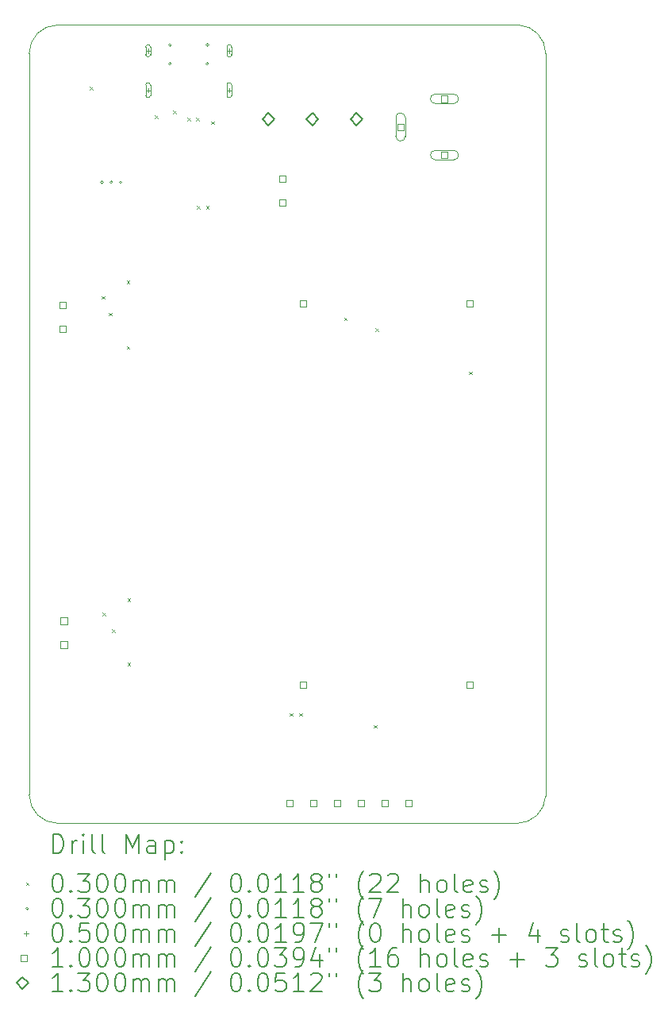
<source format=gbr>
%TF.GenerationSoftware,KiCad,Pcbnew,9.0.2*%
%TF.CreationDate,2025-05-24T18:09:23+02:00*%
%TF.ProjectId,CCFL2LED,4343464c-324c-4454-942e-6b696361645f,rev?*%
%TF.SameCoordinates,Original*%
%TF.FileFunction,Drillmap*%
%TF.FilePolarity,Positive*%
%FSLAX45Y45*%
G04 Gerber Fmt 4.5, Leading zero omitted, Abs format (unit mm)*
G04 Created by KiCad (PCBNEW 9.0.2) date 2025-05-24 18:09:23*
%MOMM*%
%LPD*%
G01*
G04 APERTURE LIST*
%ADD10C,0.100000*%
%ADD11C,0.200000*%
%ADD12C,0.130000*%
G04 APERTURE END LIST*
D10*
X9499865Y-3302000D02*
X9499865Y-11214100D01*
X3987800Y-3302000D02*
G75*
G02*
X4292600Y-2997200I304800J0D01*
G01*
X4292600Y-2997200D02*
X9207500Y-2997200D01*
X3987800Y-11201400D02*
X3987800Y-3302000D01*
X9207500Y-2997200D02*
G75*
G02*
X9499865Y-3302000I-12700J-304800D01*
G01*
X9194800Y-11506200D02*
X4292600Y-11506200D01*
X4292600Y-11506200D02*
G75*
G02*
X3987800Y-11201400I0J304800D01*
G01*
X9499865Y-11214100D02*
G75*
G02*
X9194800Y-11506729I-305065J12700D01*
G01*
D11*
D10*
X4633200Y-3655300D02*
X4663200Y-3685300D01*
X4663200Y-3655300D02*
X4633200Y-3685300D01*
X4761400Y-5887250D02*
X4791400Y-5917250D01*
X4791400Y-5887250D02*
X4761400Y-5917250D01*
X4771300Y-9263500D02*
X4801300Y-9293500D01*
X4801300Y-9263500D02*
X4771300Y-9293500D01*
X4837600Y-6065050D02*
X4867600Y-6095050D01*
X4867600Y-6065050D02*
X4837600Y-6095050D01*
X4872900Y-9441300D02*
X4902900Y-9471300D01*
X4902900Y-9441300D02*
X4872900Y-9471300D01*
X5028100Y-5722400D02*
X5058100Y-5752400D01*
X5058100Y-5722400D02*
X5028100Y-5752400D01*
X5028100Y-6420900D02*
X5058100Y-6450900D01*
X5058100Y-6420900D02*
X5028100Y-6450900D01*
X5038000Y-9111100D02*
X5068000Y-9141100D01*
X5068000Y-9111100D02*
X5038000Y-9141100D01*
X5038000Y-9797150D02*
X5068000Y-9827150D01*
X5068000Y-9797150D02*
X5038000Y-9827150D01*
X5331700Y-3960100D02*
X5361700Y-3990100D01*
X5361700Y-3960100D02*
X5331700Y-3990100D01*
X5522200Y-3909300D02*
X5552200Y-3939300D01*
X5552200Y-3909300D02*
X5522200Y-3939300D01*
X5676900Y-3986913D02*
X5706900Y-4016913D01*
X5706900Y-3986913D02*
X5676900Y-4016913D01*
X5771900Y-3986913D02*
X5801900Y-4016913D01*
X5801900Y-3986913D02*
X5771900Y-4016913D01*
X5779500Y-4925300D02*
X5809500Y-4955300D01*
X5809500Y-4925300D02*
X5779500Y-4955300D01*
X5874500Y-4925300D02*
X5904500Y-4955300D01*
X5904500Y-4925300D02*
X5874500Y-4955300D01*
X5928600Y-4023600D02*
X5958600Y-4053600D01*
X5958600Y-4023600D02*
X5928600Y-4053600D01*
X6766800Y-10333150D02*
X6796800Y-10363150D01*
X6796800Y-10333150D02*
X6766800Y-10363150D01*
X6868400Y-10333150D02*
X6898400Y-10363150D01*
X6898400Y-10333150D02*
X6868400Y-10363150D01*
X7348460Y-6116560D02*
X7378460Y-6146560D01*
X7378460Y-6116560D02*
X7348460Y-6146560D01*
X7668500Y-10460400D02*
X7698500Y-10490400D01*
X7698500Y-10460400D02*
X7668500Y-10490400D01*
X7683400Y-6229050D02*
X7713400Y-6259050D01*
X7713400Y-6229050D02*
X7683400Y-6259050D01*
X8684500Y-6690600D02*
X8714500Y-6720600D01*
X8714500Y-6690600D02*
X8684500Y-6720600D01*
X4778900Y-4673600D02*
G75*
G02*
X4748900Y-4673600I-15000J0D01*
G01*
X4748900Y-4673600D02*
G75*
G02*
X4778900Y-4673600I15000J0D01*
G01*
X4878900Y-4673600D02*
G75*
G02*
X4848900Y-4673600I-15000J0D01*
G01*
X4848900Y-4673600D02*
G75*
G02*
X4878900Y-4673600I15000J0D01*
G01*
X4978900Y-4673600D02*
G75*
G02*
X4948900Y-4673600I-15000J0D01*
G01*
X4948900Y-4673600D02*
G75*
G02*
X4978900Y-4673600I15000J0D01*
G01*
X5504400Y-3211100D02*
G75*
G02*
X5474400Y-3211100I-15000J0D01*
G01*
X5474400Y-3211100D02*
G75*
G02*
X5504400Y-3211100I15000J0D01*
G01*
X5504400Y-3411100D02*
G75*
G02*
X5474400Y-3411100I-15000J0D01*
G01*
X5474400Y-3411100D02*
G75*
G02*
X5504400Y-3411100I15000J0D01*
G01*
X5904400Y-3211100D02*
G75*
G02*
X5874400Y-3211100I-15000J0D01*
G01*
X5874400Y-3211100D02*
G75*
G02*
X5904400Y-3211100I15000J0D01*
G01*
X5904400Y-3411100D02*
G75*
G02*
X5874400Y-3411100I-15000J0D01*
G01*
X5874400Y-3411100D02*
G75*
G02*
X5904400Y-3411100I15000J0D01*
G01*
X5256400Y-3248100D02*
X5256400Y-3298100D01*
X5231400Y-3273100D02*
X5281400Y-3273100D01*
X5281400Y-3313100D02*
X5281400Y-3233100D01*
X5231400Y-3233100D02*
G75*
G02*
X5281400Y-3233100I25000J0D01*
G01*
X5231400Y-3233100D02*
X5231400Y-3313100D01*
X5231400Y-3313100D02*
G75*
G03*
X5281400Y-3313100I25000J0D01*
G01*
X5256400Y-3668100D02*
X5256400Y-3718100D01*
X5231400Y-3693100D02*
X5281400Y-3693100D01*
X5281400Y-3748100D02*
X5281400Y-3638100D01*
X5231400Y-3638100D02*
G75*
G02*
X5281400Y-3638100I25000J0D01*
G01*
X5231400Y-3638100D02*
X5231400Y-3748100D01*
X5231400Y-3748100D02*
G75*
G03*
X5281400Y-3748100I25000J0D01*
G01*
X6122400Y-3248100D02*
X6122400Y-3298100D01*
X6097400Y-3273100D02*
X6147400Y-3273100D01*
X6147400Y-3313100D02*
X6147400Y-3233100D01*
X6097400Y-3233100D02*
G75*
G02*
X6147400Y-3233100I25000J0D01*
G01*
X6097400Y-3233100D02*
X6097400Y-3313100D01*
X6097400Y-3313100D02*
G75*
G03*
X6147400Y-3313100I25000J0D01*
G01*
X6122400Y-3668100D02*
X6122400Y-3718100D01*
X6097400Y-3693100D02*
X6147400Y-3693100D01*
X6147400Y-3748100D02*
X6147400Y-3638100D01*
X6097400Y-3638100D02*
G75*
G02*
X6147400Y-3638100I25000J0D01*
G01*
X6097400Y-3638100D02*
X6097400Y-3748100D01*
X6097400Y-3748100D02*
G75*
G03*
X6147400Y-3748100I25000J0D01*
G01*
X4381256Y-6016056D02*
X4381256Y-5945344D01*
X4310544Y-5945344D01*
X4310544Y-6016056D01*
X4381256Y-6016056D01*
X4381256Y-6270056D02*
X4381256Y-6199344D01*
X4310544Y-6199344D01*
X4310544Y-6270056D01*
X4381256Y-6270056D01*
X4393956Y-9384556D02*
X4393956Y-9313844D01*
X4323244Y-9313844D01*
X4323244Y-9384556D01*
X4393956Y-9384556D01*
X4393956Y-9638556D02*
X4393956Y-9567844D01*
X4323244Y-9567844D01*
X4323244Y-9638556D01*
X4393956Y-9638556D01*
X6728256Y-4670856D02*
X6728256Y-4600144D01*
X6657544Y-4600144D01*
X6657544Y-4670856D01*
X6728256Y-4670856D01*
X6728256Y-4924856D02*
X6728256Y-4854144D01*
X6657544Y-4854144D01*
X6657544Y-4924856D01*
X6728256Y-4924856D01*
X6804456Y-11325406D02*
X6804456Y-11254694D01*
X6733744Y-11254694D01*
X6733744Y-11325406D01*
X6804456Y-11325406D01*
X6944156Y-6004106D02*
X6944156Y-5933394D01*
X6873444Y-5933394D01*
X6873444Y-6004106D01*
X6944156Y-6004106D01*
X6944156Y-10068106D02*
X6944156Y-9997394D01*
X6873444Y-9997394D01*
X6873444Y-10068106D01*
X6944156Y-10068106D01*
X7058456Y-11325406D02*
X7058456Y-11254694D01*
X6987744Y-11254694D01*
X6987744Y-11325406D01*
X7058456Y-11325406D01*
X7312456Y-11325406D02*
X7312456Y-11254694D01*
X7241744Y-11254694D01*
X7241744Y-11325406D01*
X7312456Y-11325406D01*
X7566456Y-11325406D02*
X7566456Y-11254694D01*
X7495744Y-11254694D01*
X7495744Y-11325406D01*
X7566456Y-11325406D01*
X7820456Y-11325406D02*
X7820456Y-11254694D01*
X7749744Y-11254694D01*
X7749744Y-11325406D01*
X7820456Y-11325406D01*
X7985456Y-4119956D02*
X7985456Y-4049244D01*
X7914744Y-4049244D01*
X7914744Y-4119956D01*
X7985456Y-4119956D01*
X7900100Y-3984600D02*
X7900100Y-4184600D01*
X8000100Y-4184600D02*
G75*
G02*
X7900100Y-4184600I-50000J0D01*
G01*
X8000100Y-4184600D02*
X8000100Y-3984600D01*
X8000100Y-3984600D02*
G75*
G03*
X7900100Y-3984600I-50000J0D01*
G01*
X8074456Y-11325406D02*
X8074456Y-11254694D01*
X8003744Y-11254694D01*
X8003744Y-11325406D01*
X8074456Y-11325406D01*
X8455456Y-3819956D02*
X8455456Y-3749244D01*
X8384744Y-3749244D01*
X8384744Y-3819956D01*
X8455456Y-3819956D01*
X8520100Y-3734600D02*
X8320100Y-3734600D01*
X8320100Y-3834600D02*
G75*
G02*
X8320100Y-3734600I0J50000D01*
G01*
X8320100Y-3834600D02*
X8520100Y-3834600D01*
X8520100Y-3834600D02*
G75*
G03*
X8520100Y-3734600I0J50000D01*
G01*
X8455456Y-4419956D02*
X8455456Y-4349244D01*
X8384744Y-4349244D01*
X8384744Y-4419956D01*
X8455456Y-4419956D01*
X8520100Y-4334600D02*
X8320100Y-4334600D01*
X8320100Y-4434600D02*
G75*
G02*
X8320100Y-4334600I0J50000D01*
G01*
X8320100Y-4434600D02*
X8520100Y-4434600D01*
X8520100Y-4434600D02*
G75*
G03*
X8520100Y-4334600I0J50000D01*
G01*
X8722156Y-6004106D02*
X8722156Y-5933394D01*
X8651444Y-5933394D01*
X8651444Y-6004106D01*
X8722156Y-6004106D01*
X8722156Y-10068106D02*
X8722156Y-9997394D01*
X8651444Y-9997394D01*
X8651444Y-10068106D01*
X8722156Y-10068106D01*
D12*
X6540400Y-4065500D02*
X6605400Y-4000500D01*
X6540400Y-3935500D01*
X6475400Y-4000500D01*
X6540400Y-4065500D01*
X7010400Y-4065500D02*
X7075400Y-4000500D01*
X7010400Y-3935500D01*
X6945400Y-4000500D01*
X7010400Y-4065500D01*
X7480400Y-4065500D02*
X7545400Y-4000500D01*
X7480400Y-3935500D01*
X7415400Y-4000500D01*
X7480400Y-4065500D01*
D11*
X4243577Y-11823212D02*
X4243577Y-11623212D01*
X4243577Y-11623212D02*
X4291196Y-11623212D01*
X4291196Y-11623212D02*
X4319767Y-11632736D01*
X4319767Y-11632736D02*
X4338815Y-11651784D01*
X4338815Y-11651784D02*
X4348339Y-11670831D01*
X4348339Y-11670831D02*
X4357863Y-11708927D01*
X4357863Y-11708927D02*
X4357863Y-11737498D01*
X4357863Y-11737498D02*
X4348339Y-11775593D01*
X4348339Y-11775593D02*
X4338815Y-11794641D01*
X4338815Y-11794641D02*
X4319767Y-11813689D01*
X4319767Y-11813689D02*
X4291196Y-11823212D01*
X4291196Y-11823212D02*
X4243577Y-11823212D01*
X4443577Y-11823212D02*
X4443577Y-11689879D01*
X4443577Y-11727974D02*
X4453101Y-11708927D01*
X4453101Y-11708927D02*
X4462624Y-11699403D01*
X4462624Y-11699403D02*
X4481672Y-11689879D01*
X4481672Y-11689879D02*
X4500720Y-11689879D01*
X4567386Y-11823212D02*
X4567386Y-11689879D01*
X4567386Y-11623212D02*
X4557863Y-11632736D01*
X4557863Y-11632736D02*
X4567386Y-11642260D01*
X4567386Y-11642260D02*
X4576910Y-11632736D01*
X4576910Y-11632736D02*
X4567386Y-11623212D01*
X4567386Y-11623212D02*
X4567386Y-11642260D01*
X4691196Y-11823212D02*
X4672148Y-11813689D01*
X4672148Y-11813689D02*
X4662624Y-11794641D01*
X4662624Y-11794641D02*
X4662624Y-11623212D01*
X4795958Y-11823212D02*
X4776910Y-11813689D01*
X4776910Y-11813689D02*
X4767386Y-11794641D01*
X4767386Y-11794641D02*
X4767386Y-11623212D01*
X5024529Y-11823212D02*
X5024529Y-11623212D01*
X5024529Y-11623212D02*
X5091196Y-11766070D01*
X5091196Y-11766070D02*
X5157863Y-11623212D01*
X5157863Y-11623212D02*
X5157863Y-11823212D01*
X5338815Y-11823212D02*
X5338815Y-11718451D01*
X5338815Y-11718451D02*
X5329291Y-11699403D01*
X5329291Y-11699403D02*
X5310244Y-11689879D01*
X5310244Y-11689879D02*
X5272148Y-11689879D01*
X5272148Y-11689879D02*
X5253101Y-11699403D01*
X5338815Y-11813689D02*
X5319767Y-11823212D01*
X5319767Y-11823212D02*
X5272148Y-11823212D01*
X5272148Y-11823212D02*
X5253101Y-11813689D01*
X5253101Y-11813689D02*
X5243577Y-11794641D01*
X5243577Y-11794641D02*
X5243577Y-11775593D01*
X5243577Y-11775593D02*
X5253101Y-11756546D01*
X5253101Y-11756546D02*
X5272148Y-11747022D01*
X5272148Y-11747022D02*
X5319767Y-11747022D01*
X5319767Y-11747022D02*
X5338815Y-11737498D01*
X5434053Y-11689879D02*
X5434053Y-11889879D01*
X5434053Y-11699403D02*
X5453101Y-11689879D01*
X5453101Y-11689879D02*
X5491196Y-11689879D01*
X5491196Y-11689879D02*
X5510244Y-11699403D01*
X5510244Y-11699403D02*
X5519767Y-11708927D01*
X5519767Y-11708927D02*
X5529291Y-11727974D01*
X5529291Y-11727974D02*
X5529291Y-11785117D01*
X5529291Y-11785117D02*
X5519767Y-11804165D01*
X5519767Y-11804165D02*
X5510244Y-11813689D01*
X5510244Y-11813689D02*
X5491196Y-11823212D01*
X5491196Y-11823212D02*
X5453101Y-11823212D01*
X5453101Y-11823212D02*
X5434053Y-11813689D01*
X5615005Y-11804165D02*
X5624529Y-11813689D01*
X5624529Y-11813689D02*
X5615005Y-11823212D01*
X5615005Y-11823212D02*
X5605482Y-11813689D01*
X5605482Y-11813689D02*
X5615005Y-11804165D01*
X5615005Y-11804165D02*
X5615005Y-11823212D01*
X5615005Y-11699403D02*
X5624529Y-11708927D01*
X5624529Y-11708927D02*
X5615005Y-11718451D01*
X5615005Y-11718451D02*
X5605482Y-11708927D01*
X5605482Y-11708927D02*
X5615005Y-11699403D01*
X5615005Y-11699403D02*
X5615005Y-11718451D01*
D10*
X3952800Y-12136729D02*
X3982800Y-12166729D01*
X3982800Y-12136729D02*
X3952800Y-12166729D01*
D11*
X4281672Y-12043212D02*
X4300720Y-12043212D01*
X4300720Y-12043212D02*
X4319767Y-12052736D01*
X4319767Y-12052736D02*
X4329291Y-12062260D01*
X4329291Y-12062260D02*
X4338815Y-12081308D01*
X4338815Y-12081308D02*
X4348339Y-12119403D01*
X4348339Y-12119403D02*
X4348339Y-12167022D01*
X4348339Y-12167022D02*
X4338815Y-12205117D01*
X4338815Y-12205117D02*
X4329291Y-12224165D01*
X4329291Y-12224165D02*
X4319767Y-12233689D01*
X4319767Y-12233689D02*
X4300720Y-12243212D01*
X4300720Y-12243212D02*
X4281672Y-12243212D01*
X4281672Y-12243212D02*
X4262624Y-12233689D01*
X4262624Y-12233689D02*
X4253101Y-12224165D01*
X4253101Y-12224165D02*
X4243577Y-12205117D01*
X4243577Y-12205117D02*
X4234053Y-12167022D01*
X4234053Y-12167022D02*
X4234053Y-12119403D01*
X4234053Y-12119403D02*
X4243577Y-12081308D01*
X4243577Y-12081308D02*
X4253101Y-12062260D01*
X4253101Y-12062260D02*
X4262624Y-12052736D01*
X4262624Y-12052736D02*
X4281672Y-12043212D01*
X4434053Y-12224165D02*
X4443577Y-12233689D01*
X4443577Y-12233689D02*
X4434053Y-12243212D01*
X4434053Y-12243212D02*
X4424529Y-12233689D01*
X4424529Y-12233689D02*
X4434053Y-12224165D01*
X4434053Y-12224165D02*
X4434053Y-12243212D01*
X4510244Y-12043212D02*
X4634053Y-12043212D01*
X4634053Y-12043212D02*
X4567386Y-12119403D01*
X4567386Y-12119403D02*
X4595958Y-12119403D01*
X4595958Y-12119403D02*
X4615005Y-12128927D01*
X4615005Y-12128927D02*
X4624529Y-12138451D01*
X4624529Y-12138451D02*
X4634053Y-12157498D01*
X4634053Y-12157498D02*
X4634053Y-12205117D01*
X4634053Y-12205117D02*
X4624529Y-12224165D01*
X4624529Y-12224165D02*
X4615005Y-12233689D01*
X4615005Y-12233689D02*
X4595958Y-12243212D01*
X4595958Y-12243212D02*
X4538815Y-12243212D01*
X4538815Y-12243212D02*
X4519767Y-12233689D01*
X4519767Y-12233689D02*
X4510244Y-12224165D01*
X4757863Y-12043212D02*
X4776910Y-12043212D01*
X4776910Y-12043212D02*
X4795958Y-12052736D01*
X4795958Y-12052736D02*
X4805482Y-12062260D01*
X4805482Y-12062260D02*
X4815005Y-12081308D01*
X4815005Y-12081308D02*
X4824529Y-12119403D01*
X4824529Y-12119403D02*
X4824529Y-12167022D01*
X4824529Y-12167022D02*
X4815005Y-12205117D01*
X4815005Y-12205117D02*
X4805482Y-12224165D01*
X4805482Y-12224165D02*
X4795958Y-12233689D01*
X4795958Y-12233689D02*
X4776910Y-12243212D01*
X4776910Y-12243212D02*
X4757863Y-12243212D01*
X4757863Y-12243212D02*
X4738815Y-12233689D01*
X4738815Y-12233689D02*
X4729291Y-12224165D01*
X4729291Y-12224165D02*
X4719767Y-12205117D01*
X4719767Y-12205117D02*
X4710244Y-12167022D01*
X4710244Y-12167022D02*
X4710244Y-12119403D01*
X4710244Y-12119403D02*
X4719767Y-12081308D01*
X4719767Y-12081308D02*
X4729291Y-12062260D01*
X4729291Y-12062260D02*
X4738815Y-12052736D01*
X4738815Y-12052736D02*
X4757863Y-12043212D01*
X4948339Y-12043212D02*
X4967386Y-12043212D01*
X4967386Y-12043212D02*
X4986434Y-12052736D01*
X4986434Y-12052736D02*
X4995958Y-12062260D01*
X4995958Y-12062260D02*
X5005482Y-12081308D01*
X5005482Y-12081308D02*
X5015005Y-12119403D01*
X5015005Y-12119403D02*
X5015005Y-12167022D01*
X5015005Y-12167022D02*
X5005482Y-12205117D01*
X5005482Y-12205117D02*
X4995958Y-12224165D01*
X4995958Y-12224165D02*
X4986434Y-12233689D01*
X4986434Y-12233689D02*
X4967386Y-12243212D01*
X4967386Y-12243212D02*
X4948339Y-12243212D01*
X4948339Y-12243212D02*
X4929291Y-12233689D01*
X4929291Y-12233689D02*
X4919767Y-12224165D01*
X4919767Y-12224165D02*
X4910244Y-12205117D01*
X4910244Y-12205117D02*
X4900720Y-12167022D01*
X4900720Y-12167022D02*
X4900720Y-12119403D01*
X4900720Y-12119403D02*
X4910244Y-12081308D01*
X4910244Y-12081308D02*
X4919767Y-12062260D01*
X4919767Y-12062260D02*
X4929291Y-12052736D01*
X4929291Y-12052736D02*
X4948339Y-12043212D01*
X5100720Y-12243212D02*
X5100720Y-12109879D01*
X5100720Y-12128927D02*
X5110244Y-12119403D01*
X5110244Y-12119403D02*
X5129291Y-12109879D01*
X5129291Y-12109879D02*
X5157863Y-12109879D01*
X5157863Y-12109879D02*
X5176910Y-12119403D01*
X5176910Y-12119403D02*
X5186434Y-12138451D01*
X5186434Y-12138451D02*
X5186434Y-12243212D01*
X5186434Y-12138451D02*
X5195958Y-12119403D01*
X5195958Y-12119403D02*
X5215005Y-12109879D01*
X5215005Y-12109879D02*
X5243577Y-12109879D01*
X5243577Y-12109879D02*
X5262625Y-12119403D01*
X5262625Y-12119403D02*
X5272148Y-12138451D01*
X5272148Y-12138451D02*
X5272148Y-12243212D01*
X5367386Y-12243212D02*
X5367386Y-12109879D01*
X5367386Y-12128927D02*
X5376910Y-12119403D01*
X5376910Y-12119403D02*
X5395958Y-12109879D01*
X5395958Y-12109879D02*
X5424529Y-12109879D01*
X5424529Y-12109879D02*
X5443577Y-12119403D01*
X5443577Y-12119403D02*
X5453101Y-12138451D01*
X5453101Y-12138451D02*
X5453101Y-12243212D01*
X5453101Y-12138451D02*
X5462625Y-12119403D01*
X5462625Y-12119403D02*
X5481672Y-12109879D01*
X5481672Y-12109879D02*
X5510244Y-12109879D01*
X5510244Y-12109879D02*
X5529291Y-12119403D01*
X5529291Y-12119403D02*
X5538815Y-12138451D01*
X5538815Y-12138451D02*
X5538815Y-12243212D01*
X5929291Y-12033689D02*
X5757863Y-12290831D01*
X6186434Y-12043212D02*
X6205482Y-12043212D01*
X6205482Y-12043212D02*
X6224529Y-12052736D01*
X6224529Y-12052736D02*
X6234053Y-12062260D01*
X6234053Y-12062260D02*
X6243577Y-12081308D01*
X6243577Y-12081308D02*
X6253101Y-12119403D01*
X6253101Y-12119403D02*
X6253101Y-12167022D01*
X6253101Y-12167022D02*
X6243577Y-12205117D01*
X6243577Y-12205117D02*
X6234053Y-12224165D01*
X6234053Y-12224165D02*
X6224529Y-12233689D01*
X6224529Y-12233689D02*
X6205482Y-12243212D01*
X6205482Y-12243212D02*
X6186434Y-12243212D01*
X6186434Y-12243212D02*
X6167386Y-12233689D01*
X6167386Y-12233689D02*
X6157863Y-12224165D01*
X6157863Y-12224165D02*
X6148339Y-12205117D01*
X6148339Y-12205117D02*
X6138815Y-12167022D01*
X6138815Y-12167022D02*
X6138815Y-12119403D01*
X6138815Y-12119403D02*
X6148339Y-12081308D01*
X6148339Y-12081308D02*
X6157863Y-12062260D01*
X6157863Y-12062260D02*
X6167386Y-12052736D01*
X6167386Y-12052736D02*
X6186434Y-12043212D01*
X6338815Y-12224165D02*
X6348339Y-12233689D01*
X6348339Y-12233689D02*
X6338815Y-12243212D01*
X6338815Y-12243212D02*
X6329291Y-12233689D01*
X6329291Y-12233689D02*
X6338815Y-12224165D01*
X6338815Y-12224165D02*
X6338815Y-12243212D01*
X6472148Y-12043212D02*
X6491196Y-12043212D01*
X6491196Y-12043212D02*
X6510244Y-12052736D01*
X6510244Y-12052736D02*
X6519767Y-12062260D01*
X6519767Y-12062260D02*
X6529291Y-12081308D01*
X6529291Y-12081308D02*
X6538815Y-12119403D01*
X6538815Y-12119403D02*
X6538815Y-12167022D01*
X6538815Y-12167022D02*
X6529291Y-12205117D01*
X6529291Y-12205117D02*
X6519767Y-12224165D01*
X6519767Y-12224165D02*
X6510244Y-12233689D01*
X6510244Y-12233689D02*
X6491196Y-12243212D01*
X6491196Y-12243212D02*
X6472148Y-12243212D01*
X6472148Y-12243212D02*
X6453101Y-12233689D01*
X6453101Y-12233689D02*
X6443577Y-12224165D01*
X6443577Y-12224165D02*
X6434053Y-12205117D01*
X6434053Y-12205117D02*
X6424529Y-12167022D01*
X6424529Y-12167022D02*
X6424529Y-12119403D01*
X6424529Y-12119403D02*
X6434053Y-12081308D01*
X6434053Y-12081308D02*
X6443577Y-12062260D01*
X6443577Y-12062260D02*
X6453101Y-12052736D01*
X6453101Y-12052736D02*
X6472148Y-12043212D01*
X6729291Y-12243212D02*
X6615006Y-12243212D01*
X6672148Y-12243212D02*
X6672148Y-12043212D01*
X6672148Y-12043212D02*
X6653101Y-12071784D01*
X6653101Y-12071784D02*
X6634053Y-12090831D01*
X6634053Y-12090831D02*
X6615006Y-12100355D01*
X6919767Y-12243212D02*
X6805482Y-12243212D01*
X6862625Y-12243212D02*
X6862625Y-12043212D01*
X6862625Y-12043212D02*
X6843577Y-12071784D01*
X6843577Y-12071784D02*
X6824529Y-12090831D01*
X6824529Y-12090831D02*
X6805482Y-12100355D01*
X7034053Y-12128927D02*
X7015006Y-12119403D01*
X7015006Y-12119403D02*
X7005482Y-12109879D01*
X7005482Y-12109879D02*
X6995958Y-12090831D01*
X6995958Y-12090831D02*
X6995958Y-12081308D01*
X6995958Y-12081308D02*
X7005482Y-12062260D01*
X7005482Y-12062260D02*
X7015006Y-12052736D01*
X7015006Y-12052736D02*
X7034053Y-12043212D01*
X7034053Y-12043212D02*
X7072148Y-12043212D01*
X7072148Y-12043212D02*
X7091196Y-12052736D01*
X7091196Y-12052736D02*
X7100720Y-12062260D01*
X7100720Y-12062260D02*
X7110244Y-12081308D01*
X7110244Y-12081308D02*
X7110244Y-12090831D01*
X7110244Y-12090831D02*
X7100720Y-12109879D01*
X7100720Y-12109879D02*
X7091196Y-12119403D01*
X7091196Y-12119403D02*
X7072148Y-12128927D01*
X7072148Y-12128927D02*
X7034053Y-12128927D01*
X7034053Y-12128927D02*
X7015006Y-12138451D01*
X7015006Y-12138451D02*
X7005482Y-12147974D01*
X7005482Y-12147974D02*
X6995958Y-12167022D01*
X6995958Y-12167022D02*
X6995958Y-12205117D01*
X6995958Y-12205117D02*
X7005482Y-12224165D01*
X7005482Y-12224165D02*
X7015006Y-12233689D01*
X7015006Y-12233689D02*
X7034053Y-12243212D01*
X7034053Y-12243212D02*
X7072148Y-12243212D01*
X7072148Y-12243212D02*
X7091196Y-12233689D01*
X7091196Y-12233689D02*
X7100720Y-12224165D01*
X7100720Y-12224165D02*
X7110244Y-12205117D01*
X7110244Y-12205117D02*
X7110244Y-12167022D01*
X7110244Y-12167022D02*
X7100720Y-12147974D01*
X7100720Y-12147974D02*
X7091196Y-12138451D01*
X7091196Y-12138451D02*
X7072148Y-12128927D01*
X7186434Y-12043212D02*
X7186434Y-12081308D01*
X7262625Y-12043212D02*
X7262625Y-12081308D01*
X7557863Y-12319403D02*
X7548339Y-12309879D01*
X7548339Y-12309879D02*
X7529291Y-12281308D01*
X7529291Y-12281308D02*
X7519768Y-12262260D01*
X7519768Y-12262260D02*
X7510244Y-12233689D01*
X7510244Y-12233689D02*
X7500720Y-12186070D01*
X7500720Y-12186070D02*
X7500720Y-12147974D01*
X7500720Y-12147974D02*
X7510244Y-12100355D01*
X7510244Y-12100355D02*
X7519768Y-12071784D01*
X7519768Y-12071784D02*
X7529291Y-12052736D01*
X7529291Y-12052736D02*
X7548339Y-12024165D01*
X7548339Y-12024165D02*
X7557863Y-12014641D01*
X7624529Y-12062260D02*
X7634053Y-12052736D01*
X7634053Y-12052736D02*
X7653101Y-12043212D01*
X7653101Y-12043212D02*
X7700720Y-12043212D01*
X7700720Y-12043212D02*
X7719768Y-12052736D01*
X7719768Y-12052736D02*
X7729291Y-12062260D01*
X7729291Y-12062260D02*
X7738815Y-12081308D01*
X7738815Y-12081308D02*
X7738815Y-12100355D01*
X7738815Y-12100355D02*
X7729291Y-12128927D01*
X7729291Y-12128927D02*
X7615006Y-12243212D01*
X7615006Y-12243212D02*
X7738815Y-12243212D01*
X7815006Y-12062260D02*
X7824529Y-12052736D01*
X7824529Y-12052736D02*
X7843577Y-12043212D01*
X7843577Y-12043212D02*
X7891196Y-12043212D01*
X7891196Y-12043212D02*
X7910244Y-12052736D01*
X7910244Y-12052736D02*
X7919768Y-12062260D01*
X7919768Y-12062260D02*
X7929291Y-12081308D01*
X7929291Y-12081308D02*
X7929291Y-12100355D01*
X7929291Y-12100355D02*
X7919768Y-12128927D01*
X7919768Y-12128927D02*
X7805482Y-12243212D01*
X7805482Y-12243212D02*
X7929291Y-12243212D01*
X8167387Y-12243212D02*
X8167387Y-12043212D01*
X8253101Y-12243212D02*
X8253101Y-12138451D01*
X8253101Y-12138451D02*
X8243577Y-12119403D01*
X8243577Y-12119403D02*
X8224530Y-12109879D01*
X8224530Y-12109879D02*
X8195958Y-12109879D01*
X8195958Y-12109879D02*
X8176910Y-12119403D01*
X8176910Y-12119403D02*
X8167387Y-12128927D01*
X8376910Y-12243212D02*
X8357863Y-12233689D01*
X8357863Y-12233689D02*
X8348339Y-12224165D01*
X8348339Y-12224165D02*
X8338815Y-12205117D01*
X8338815Y-12205117D02*
X8338815Y-12147974D01*
X8338815Y-12147974D02*
X8348339Y-12128927D01*
X8348339Y-12128927D02*
X8357863Y-12119403D01*
X8357863Y-12119403D02*
X8376910Y-12109879D01*
X8376910Y-12109879D02*
X8405482Y-12109879D01*
X8405482Y-12109879D02*
X8424530Y-12119403D01*
X8424530Y-12119403D02*
X8434053Y-12128927D01*
X8434053Y-12128927D02*
X8443577Y-12147974D01*
X8443577Y-12147974D02*
X8443577Y-12205117D01*
X8443577Y-12205117D02*
X8434053Y-12224165D01*
X8434053Y-12224165D02*
X8424530Y-12233689D01*
X8424530Y-12233689D02*
X8405482Y-12243212D01*
X8405482Y-12243212D02*
X8376910Y-12243212D01*
X8557863Y-12243212D02*
X8538815Y-12233689D01*
X8538815Y-12233689D02*
X8529292Y-12214641D01*
X8529292Y-12214641D02*
X8529292Y-12043212D01*
X8710244Y-12233689D02*
X8691196Y-12243212D01*
X8691196Y-12243212D02*
X8653101Y-12243212D01*
X8653101Y-12243212D02*
X8634053Y-12233689D01*
X8634053Y-12233689D02*
X8624530Y-12214641D01*
X8624530Y-12214641D02*
X8624530Y-12138451D01*
X8624530Y-12138451D02*
X8634053Y-12119403D01*
X8634053Y-12119403D02*
X8653101Y-12109879D01*
X8653101Y-12109879D02*
X8691196Y-12109879D01*
X8691196Y-12109879D02*
X8710244Y-12119403D01*
X8710244Y-12119403D02*
X8719768Y-12138451D01*
X8719768Y-12138451D02*
X8719768Y-12157498D01*
X8719768Y-12157498D02*
X8624530Y-12176546D01*
X8795958Y-12233689D02*
X8815006Y-12243212D01*
X8815006Y-12243212D02*
X8853101Y-12243212D01*
X8853101Y-12243212D02*
X8872149Y-12233689D01*
X8872149Y-12233689D02*
X8881673Y-12214641D01*
X8881673Y-12214641D02*
X8881673Y-12205117D01*
X8881673Y-12205117D02*
X8872149Y-12186070D01*
X8872149Y-12186070D02*
X8853101Y-12176546D01*
X8853101Y-12176546D02*
X8824530Y-12176546D01*
X8824530Y-12176546D02*
X8805482Y-12167022D01*
X8805482Y-12167022D02*
X8795958Y-12147974D01*
X8795958Y-12147974D02*
X8795958Y-12138451D01*
X8795958Y-12138451D02*
X8805482Y-12119403D01*
X8805482Y-12119403D02*
X8824530Y-12109879D01*
X8824530Y-12109879D02*
X8853101Y-12109879D01*
X8853101Y-12109879D02*
X8872149Y-12119403D01*
X8948339Y-12319403D02*
X8957863Y-12309879D01*
X8957863Y-12309879D02*
X8976911Y-12281308D01*
X8976911Y-12281308D02*
X8986434Y-12262260D01*
X8986434Y-12262260D02*
X8995958Y-12233689D01*
X8995958Y-12233689D02*
X9005482Y-12186070D01*
X9005482Y-12186070D02*
X9005482Y-12147974D01*
X9005482Y-12147974D02*
X8995958Y-12100355D01*
X8995958Y-12100355D02*
X8986434Y-12071784D01*
X8986434Y-12071784D02*
X8976911Y-12052736D01*
X8976911Y-12052736D02*
X8957863Y-12024165D01*
X8957863Y-12024165D02*
X8948339Y-12014641D01*
D10*
X3982800Y-12415729D02*
G75*
G02*
X3952800Y-12415729I-15000J0D01*
G01*
X3952800Y-12415729D02*
G75*
G02*
X3982800Y-12415729I15000J0D01*
G01*
D11*
X4281672Y-12307212D02*
X4300720Y-12307212D01*
X4300720Y-12307212D02*
X4319767Y-12316736D01*
X4319767Y-12316736D02*
X4329291Y-12326260D01*
X4329291Y-12326260D02*
X4338815Y-12345308D01*
X4338815Y-12345308D02*
X4348339Y-12383403D01*
X4348339Y-12383403D02*
X4348339Y-12431022D01*
X4348339Y-12431022D02*
X4338815Y-12469117D01*
X4338815Y-12469117D02*
X4329291Y-12488165D01*
X4329291Y-12488165D02*
X4319767Y-12497689D01*
X4319767Y-12497689D02*
X4300720Y-12507212D01*
X4300720Y-12507212D02*
X4281672Y-12507212D01*
X4281672Y-12507212D02*
X4262624Y-12497689D01*
X4262624Y-12497689D02*
X4253101Y-12488165D01*
X4253101Y-12488165D02*
X4243577Y-12469117D01*
X4243577Y-12469117D02*
X4234053Y-12431022D01*
X4234053Y-12431022D02*
X4234053Y-12383403D01*
X4234053Y-12383403D02*
X4243577Y-12345308D01*
X4243577Y-12345308D02*
X4253101Y-12326260D01*
X4253101Y-12326260D02*
X4262624Y-12316736D01*
X4262624Y-12316736D02*
X4281672Y-12307212D01*
X4434053Y-12488165D02*
X4443577Y-12497689D01*
X4443577Y-12497689D02*
X4434053Y-12507212D01*
X4434053Y-12507212D02*
X4424529Y-12497689D01*
X4424529Y-12497689D02*
X4434053Y-12488165D01*
X4434053Y-12488165D02*
X4434053Y-12507212D01*
X4510244Y-12307212D02*
X4634053Y-12307212D01*
X4634053Y-12307212D02*
X4567386Y-12383403D01*
X4567386Y-12383403D02*
X4595958Y-12383403D01*
X4595958Y-12383403D02*
X4615005Y-12392927D01*
X4615005Y-12392927D02*
X4624529Y-12402451D01*
X4624529Y-12402451D02*
X4634053Y-12421498D01*
X4634053Y-12421498D02*
X4634053Y-12469117D01*
X4634053Y-12469117D02*
X4624529Y-12488165D01*
X4624529Y-12488165D02*
X4615005Y-12497689D01*
X4615005Y-12497689D02*
X4595958Y-12507212D01*
X4595958Y-12507212D02*
X4538815Y-12507212D01*
X4538815Y-12507212D02*
X4519767Y-12497689D01*
X4519767Y-12497689D02*
X4510244Y-12488165D01*
X4757863Y-12307212D02*
X4776910Y-12307212D01*
X4776910Y-12307212D02*
X4795958Y-12316736D01*
X4795958Y-12316736D02*
X4805482Y-12326260D01*
X4805482Y-12326260D02*
X4815005Y-12345308D01*
X4815005Y-12345308D02*
X4824529Y-12383403D01*
X4824529Y-12383403D02*
X4824529Y-12431022D01*
X4824529Y-12431022D02*
X4815005Y-12469117D01*
X4815005Y-12469117D02*
X4805482Y-12488165D01*
X4805482Y-12488165D02*
X4795958Y-12497689D01*
X4795958Y-12497689D02*
X4776910Y-12507212D01*
X4776910Y-12507212D02*
X4757863Y-12507212D01*
X4757863Y-12507212D02*
X4738815Y-12497689D01*
X4738815Y-12497689D02*
X4729291Y-12488165D01*
X4729291Y-12488165D02*
X4719767Y-12469117D01*
X4719767Y-12469117D02*
X4710244Y-12431022D01*
X4710244Y-12431022D02*
X4710244Y-12383403D01*
X4710244Y-12383403D02*
X4719767Y-12345308D01*
X4719767Y-12345308D02*
X4729291Y-12326260D01*
X4729291Y-12326260D02*
X4738815Y-12316736D01*
X4738815Y-12316736D02*
X4757863Y-12307212D01*
X4948339Y-12307212D02*
X4967386Y-12307212D01*
X4967386Y-12307212D02*
X4986434Y-12316736D01*
X4986434Y-12316736D02*
X4995958Y-12326260D01*
X4995958Y-12326260D02*
X5005482Y-12345308D01*
X5005482Y-12345308D02*
X5015005Y-12383403D01*
X5015005Y-12383403D02*
X5015005Y-12431022D01*
X5015005Y-12431022D02*
X5005482Y-12469117D01*
X5005482Y-12469117D02*
X4995958Y-12488165D01*
X4995958Y-12488165D02*
X4986434Y-12497689D01*
X4986434Y-12497689D02*
X4967386Y-12507212D01*
X4967386Y-12507212D02*
X4948339Y-12507212D01*
X4948339Y-12507212D02*
X4929291Y-12497689D01*
X4929291Y-12497689D02*
X4919767Y-12488165D01*
X4919767Y-12488165D02*
X4910244Y-12469117D01*
X4910244Y-12469117D02*
X4900720Y-12431022D01*
X4900720Y-12431022D02*
X4900720Y-12383403D01*
X4900720Y-12383403D02*
X4910244Y-12345308D01*
X4910244Y-12345308D02*
X4919767Y-12326260D01*
X4919767Y-12326260D02*
X4929291Y-12316736D01*
X4929291Y-12316736D02*
X4948339Y-12307212D01*
X5100720Y-12507212D02*
X5100720Y-12373879D01*
X5100720Y-12392927D02*
X5110244Y-12383403D01*
X5110244Y-12383403D02*
X5129291Y-12373879D01*
X5129291Y-12373879D02*
X5157863Y-12373879D01*
X5157863Y-12373879D02*
X5176910Y-12383403D01*
X5176910Y-12383403D02*
X5186434Y-12402451D01*
X5186434Y-12402451D02*
X5186434Y-12507212D01*
X5186434Y-12402451D02*
X5195958Y-12383403D01*
X5195958Y-12383403D02*
X5215005Y-12373879D01*
X5215005Y-12373879D02*
X5243577Y-12373879D01*
X5243577Y-12373879D02*
X5262625Y-12383403D01*
X5262625Y-12383403D02*
X5272148Y-12402451D01*
X5272148Y-12402451D02*
X5272148Y-12507212D01*
X5367386Y-12507212D02*
X5367386Y-12373879D01*
X5367386Y-12392927D02*
X5376910Y-12383403D01*
X5376910Y-12383403D02*
X5395958Y-12373879D01*
X5395958Y-12373879D02*
X5424529Y-12373879D01*
X5424529Y-12373879D02*
X5443577Y-12383403D01*
X5443577Y-12383403D02*
X5453101Y-12402451D01*
X5453101Y-12402451D02*
X5453101Y-12507212D01*
X5453101Y-12402451D02*
X5462625Y-12383403D01*
X5462625Y-12383403D02*
X5481672Y-12373879D01*
X5481672Y-12373879D02*
X5510244Y-12373879D01*
X5510244Y-12373879D02*
X5529291Y-12383403D01*
X5529291Y-12383403D02*
X5538815Y-12402451D01*
X5538815Y-12402451D02*
X5538815Y-12507212D01*
X5929291Y-12297689D02*
X5757863Y-12554831D01*
X6186434Y-12307212D02*
X6205482Y-12307212D01*
X6205482Y-12307212D02*
X6224529Y-12316736D01*
X6224529Y-12316736D02*
X6234053Y-12326260D01*
X6234053Y-12326260D02*
X6243577Y-12345308D01*
X6243577Y-12345308D02*
X6253101Y-12383403D01*
X6253101Y-12383403D02*
X6253101Y-12431022D01*
X6253101Y-12431022D02*
X6243577Y-12469117D01*
X6243577Y-12469117D02*
X6234053Y-12488165D01*
X6234053Y-12488165D02*
X6224529Y-12497689D01*
X6224529Y-12497689D02*
X6205482Y-12507212D01*
X6205482Y-12507212D02*
X6186434Y-12507212D01*
X6186434Y-12507212D02*
X6167386Y-12497689D01*
X6167386Y-12497689D02*
X6157863Y-12488165D01*
X6157863Y-12488165D02*
X6148339Y-12469117D01*
X6148339Y-12469117D02*
X6138815Y-12431022D01*
X6138815Y-12431022D02*
X6138815Y-12383403D01*
X6138815Y-12383403D02*
X6148339Y-12345308D01*
X6148339Y-12345308D02*
X6157863Y-12326260D01*
X6157863Y-12326260D02*
X6167386Y-12316736D01*
X6167386Y-12316736D02*
X6186434Y-12307212D01*
X6338815Y-12488165D02*
X6348339Y-12497689D01*
X6348339Y-12497689D02*
X6338815Y-12507212D01*
X6338815Y-12507212D02*
X6329291Y-12497689D01*
X6329291Y-12497689D02*
X6338815Y-12488165D01*
X6338815Y-12488165D02*
X6338815Y-12507212D01*
X6472148Y-12307212D02*
X6491196Y-12307212D01*
X6491196Y-12307212D02*
X6510244Y-12316736D01*
X6510244Y-12316736D02*
X6519767Y-12326260D01*
X6519767Y-12326260D02*
X6529291Y-12345308D01*
X6529291Y-12345308D02*
X6538815Y-12383403D01*
X6538815Y-12383403D02*
X6538815Y-12431022D01*
X6538815Y-12431022D02*
X6529291Y-12469117D01*
X6529291Y-12469117D02*
X6519767Y-12488165D01*
X6519767Y-12488165D02*
X6510244Y-12497689D01*
X6510244Y-12497689D02*
X6491196Y-12507212D01*
X6491196Y-12507212D02*
X6472148Y-12507212D01*
X6472148Y-12507212D02*
X6453101Y-12497689D01*
X6453101Y-12497689D02*
X6443577Y-12488165D01*
X6443577Y-12488165D02*
X6434053Y-12469117D01*
X6434053Y-12469117D02*
X6424529Y-12431022D01*
X6424529Y-12431022D02*
X6424529Y-12383403D01*
X6424529Y-12383403D02*
X6434053Y-12345308D01*
X6434053Y-12345308D02*
X6443577Y-12326260D01*
X6443577Y-12326260D02*
X6453101Y-12316736D01*
X6453101Y-12316736D02*
X6472148Y-12307212D01*
X6729291Y-12507212D02*
X6615006Y-12507212D01*
X6672148Y-12507212D02*
X6672148Y-12307212D01*
X6672148Y-12307212D02*
X6653101Y-12335784D01*
X6653101Y-12335784D02*
X6634053Y-12354831D01*
X6634053Y-12354831D02*
X6615006Y-12364355D01*
X6919767Y-12507212D02*
X6805482Y-12507212D01*
X6862625Y-12507212D02*
X6862625Y-12307212D01*
X6862625Y-12307212D02*
X6843577Y-12335784D01*
X6843577Y-12335784D02*
X6824529Y-12354831D01*
X6824529Y-12354831D02*
X6805482Y-12364355D01*
X7034053Y-12392927D02*
X7015006Y-12383403D01*
X7015006Y-12383403D02*
X7005482Y-12373879D01*
X7005482Y-12373879D02*
X6995958Y-12354831D01*
X6995958Y-12354831D02*
X6995958Y-12345308D01*
X6995958Y-12345308D02*
X7005482Y-12326260D01*
X7005482Y-12326260D02*
X7015006Y-12316736D01*
X7015006Y-12316736D02*
X7034053Y-12307212D01*
X7034053Y-12307212D02*
X7072148Y-12307212D01*
X7072148Y-12307212D02*
X7091196Y-12316736D01*
X7091196Y-12316736D02*
X7100720Y-12326260D01*
X7100720Y-12326260D02*
X7110244Y-12345308D01*
X7110244Y-12345308D02*
X7110244Y-12354831D01*
X7110244Y-12354831D02*
X7100720Y-12373879D01*
X7100720Y-12373879D02*
X7091196Y-12383403D01*
X7091196Y-12383403D02*
X7072148Y-12392927D01*
X7072148Y-12392927D02*
X7034053Y-12392927D01*
X7034053Y-12392927D02*
X7015006Y-12402451D01*
X7015006Y-12402451D02*
X7005482Y-12411974D01*
X7005482Y-12411974D02*
X6995958Y-12431022D01*
X6995958Y-12431022D02*
X6995958Y-12469117D01*
X6995958Y-12469117D02*
X7005482Y-12488165D01*
X7005482Y-12488165D02*
X7015006Y-12497689D01*
X7015006Y-12497689D02*
X7034053Y-12507212D01*
X7034053Y-12507212D02*
X7072148Y-12507212D01*
X7072148Y-12507212D02*
X7091196Y-12497689D01*
X7091196Y-12497689D02*
X7100720Y-12488165D01*
X7100720Y-12488165D02*
X7110244Y-12469117D01*
X7110244Y-12469117D02*
X7110244Y-12431022D01*
X7110244Y-12431022D02*
X7100720Y-12411974D01*
X7100720Y-12411974D02*
X7091196Y-12402451D01*
X7091196Y-12402451D02*
X7072148Y-12392927D01*
X7186434Y-12307212D02*
X7186434Y-12345308D01*
X7262625Y-12307212D02*
X7262625Y-12345308D01*
X7557863Y-12583403D02*
X7548339Y-12573879D01*
X7548339Y-12573879D02*
X7529291Y-12545308D01*
X7529291Y-12545308D02*
X7519768Y-12526260D01*
X7519768Y-12526260D02*
X7510244Y-12497689D01*
X7510244Y-12497689D02*
X7500720Y-12450070D01*
X7500720Y-12450070D02*
X7500720Y-12411974D01*
X7500720Y-12411974D02*
X7510244Y-12364355D01*
X7510244Y-12364355D02*
X7519768Y-12335784D01*
X7519768Y-12335784D02*
X7529291Y-12316736D01*
X7529291Y-12316736D02*
X7548339Y-12288165D01*
X7548339Y-12288165D02*
X7557863Y-12278641D01*
X7615006Y-12307212D02*
X7748339Y-12307212D01*
X7748339Y-12307212D02*
X7662625Y-12507212D01*
X7976910Y-12507212D02*
X7976910Y-12307212D01*
X8062625Y-12507212D02*
X8062625Y-12402451D01*
X8062625Y-12402451D02*
X8053101Y-12383403D01*
X8053101Y-12383403D02*
X8034053Y-12373879D01*
X8034053Y-12373879D02*
X8005482Y-12373879D01*
X8005482Y-12373879D02*
X7986434Y-12383403D01*
X7986434Y-12383403D02*
X7976910Y-12392927D01*
X8186434Y-12507212D02*
X8167387Y-12497689D01*
X8167387Y-12497689D02*
X8157863Y-12488165D01*
X8157863Y-12488165D02*
X8148339Y-12469117D01*
X8148339Y-12469117D02*
X8148339Y-12411974D01*
X8148339Y-12411974D02*
X8157863Y-12392927D01*
X8157863Y-12392927D02*
X8167387Y-12383403D01*
X8167387Y-12383403D02*
X8186434Y-12373879D01*
X8186434Y-12373879D02*
X8215006Y-12373879D01*
X8215006Y-12373879D02*
X8234053Y-12383403D01*
X8234053Y-12383403D02*
X8243577Y-12392927D01*
X8243577Y-12392927D02*
X8253101Y-12411974D01*
X8253101Y-12411974D02*
X8253101Y-12469117D01*
X8253101Y-12469117D02*
X8243577Y-12488165D01*
X8243577Y-12488165D02*
X8234053Y-12497689D01*
X8234053Y-12497689D02*
X8215006Y-12507212D01*
X8215006Y-12507212D02*
X8186434Y-12507212D01*
X8367387Y-12507212D02*
X8348339Y-12497689D01*
X8348339Y-12497689D02*
X8338815Y-12478641D01*
X8338815Y-12478641D02*
X8338815Y-12307212D01*
X8519768Y-12497689D02*
X8500720Y-12507212D01*
X8500720Y-12507212D02*
X8462625Y-12507212D01*
X8462625Y-12507212D02*
X8443577Y-12497689D01*
X8443577Y-12497689D02*
X8434053Y-12478641D01*
X8434053Y-12478641D02*
X8434053Y-12402451D01*
X8434053Y-12402451D02*
X8443577Y-12383403D01*
X8443577Y-12383403D02*
X8462625Y-12373879D01*
X8462625Y-12373879D02*
X8500720Y-12373879D01*
X8500720Y-12373879D02*
X8519768Y-12383403D01*
X8519768Y-12383403D02*
X8529292Y-12402451D01*
X8529292Y-12402451D02*
X8529292Y-12421498D01*
X8529292Y-12421498D02*
X8434053Y-12440546D01*
X8605482Y-12497689D02*
X8624530Y-12507212D01*
X8624530Y-12507212D02*
X8662625Y-12507212D01*
X8662625Y-12507212D02*
X8681673Y-12497689D01*
X8681673Y-12497689D02*
X8691196Y-12478641D01*
X8691196Y-12478641D02*
X8691196Y-12469117D01*
X8691196Y-12469117D02*
X8681673Y-12450070D01*
X8681673Y-12450070D02*
X8662625Y-12440546D01*
X8662625Y-12440546D02*
X8634053Y-12440546D01*
X8634053Y-12440546D02*
X8615006Y-12431022D01*
X8615006Y-12431022D02*
X8605482Y-12411974D01*
X8605482Y-12411974D02*
X8605482Y-12402451D01*
X8605482Y-12402451D02*
X8615006Y-12383403D01*
X8615006Y-12383403D02*
X8634053Y-12373879D01*
X8634053Y-12373879D02*
X8662625Y-12373879D01*
X8662625Y-12373879D02*
X8681673Y-12383403D01*
X8757863Y-12583403D02*
X8767387Y-12573879D01*
X8767387Y-12573879D02*
X8786434Y-12545308D01*
X8786434Y-12545308D02*
X8795958Y-12526260D01*
X8795958Y-12526260D02*
X8805482Y-12497689D01*
X8805482Y-12497689D02*
X8815006Y-12450070D01*
X8815006Y-12450070D02*
X8815006Y-12411974D01*
X8815006Y-12411974D02*
X8805482Y-12364355D01*
X8805482Y-12364355D02*
X8795958Y-12335784D01*
X8795958Y-12335784D02*
X8786434Y-12316736D01*
X8786434Y-12316736D02*
X8767387Y-12288165D01*
X8767387Y-12288165D02*
X8757863Y-12278641D01*
D10*
X3957800Y-12654729D02*
X3957800Y-12704729D01*
X3932800Y-12679729D02*
X3982800Y-12679729D01*
D11*
X4281672Y-12571212D02*
X4300720Y-12571212D01*
X4300720Y-12571212D02*
X4319767Y-12580736D01*
X4319767Y-12580736D02*
X4329291Y-12590260D01*
X4329291Y-12590260D02*
X4338815Y-12609308D01*
X4338815Y-12609308D02*
X4348339Y-12647403D01*
X4348339Y-12647403D02*
X4348339Y-12695022D01*
X4348339Y-12695022D02*
X4338815Y-12733117D01*
X4338815Y-12733117D02*
X4329291Y-12752165D01*
X4329291Y-12752165D02*
X4319767Y-12761689D01*
X4319767Y-12761689D02*
X4300720Y-12771212D01*
X4300720Y-12771212D02*
X4281672Y-12771212D01*
X4281672Y-12771212D02*
X4262624Y-12761689D01*
X4262624Y-12761689D02*
X4253101Y-12752165D01*
X4253101Y-12752165D02*
X4243577Y-12733117D01*
X4243577Y-12733117D02*
X4234053Y-12695022D01*
X4234053Y-12695022D02*
X4234053Y-12647403D01*
X4234053Y-12647403D02*
X4243577Y-12609308D01*
X4243577Y-12609308D02*
X4253101Y-12590260D01*
X4253101Y-12590260D02*
X4262624Y-12580736D01*
X4262624Y-12580736D02*
X4281672Y-12571212D01*
X4434053Y-12752165D02*
X4443577Y-12761689D01*
X4443577Y-12761689D02*
X4434053Y-12771212D01*
X4434053Y-12771212D02*
X4424529Y-12761689D01*
X4424529Y-12761689D02*
X4434053Y-12752165D01*
X4434053Y-12752165D02*
X4434053Y-12771212D01*
X4624529Y-12571212D02*
X4529291Y-12571212D01*
X4529291Y-12571212D02*
X4519767Y-12666451D01*
X4519767Y-12666451D02*
X4529291Y-12656927D01*
X4529291Y-12656927D02*
X4548339Y-12647403D01*
X4548339Y-12647403D02*
X4595958Y-12647403D01*
X4595958Y-12647403D02*
X4615005Y-12656927D01*
X4615005Y-12656927D02*
X4624529Y-12666451D01*
X4624529Y-12666451D02*
X4634053Y-12685498D01*
X4634053Y-12685498D02*
X4634053Y-12733117D01*
X4634053Y-12733117D02*
X4624529Y-12752165D01*
X4624529Y-12752165D02*
X4615005Y-12761689D01*
X4615005Y-12761689D02*
X4595958Y-12771212D01*
X4595958Y-12771212D02*
X4548339Y-12771212D01*
X4548339Y-12771212D02*
X4529291Y-12761689D01*
X4529291Y-12761689D02*
X4519767Y-12752165D01*
X4757863Y-12571212D02*
X4776910Y-12571212D01*
X4776910Y-12571212D02*
X4795958Y-12580736D01*
X4795958Y-12580736D02*
X4805482Y-12590260D01*
X4805482Y-12590260D02*
X4815005Y-12609308D01*
X4815005Y-12609308D02*
X4824529Y-12647403D01*
X4824529Y-12647403D02*
X4824529Y-12695022D01*
X4824529Y-12695022D02*
X4815005Y-12733117D01*
X4815005Y-12733117D02*
X4805482Y-12752165D01*
X4805482Y-12752165D02*
X4795958Y-12761689D01*
X4795958Y-12761689D02*
X4776910Y-12771212D01*
X4776910Y-12771212D02*
X4757863Y-12771212D01*
X4757863Y-12771212D02*
X4738815Y-12761689D01*
X4738815Y-12761689D02*
X4729291Y-12752165D01*
X4729291Y-12752165D02*
X4719767Y-12733117D01*
X4719767Y-12733117D02*
X4710244Y-12695022D01*
X4710244Y-12695022D02*
X4710244Y-12647403D01*
X4710244Y-12647403D02*
X4719767Y-12609308D01*
X4719767Y-12609308D02*
X4729291Y-12590260D01*
X4729291Y-12590260D02*
X4738815Y-12580736D01*
X4738815Y-12580736D02*
X4757863Y-12571212D01*
X4948339Y-12571212D02*
X4967386Y-12571212D01*
X4967386Y-12571212D02*
X4986434Y-12580736D01*
X4986434Y-12580736D02*
X4995958Y-12590260D01*
X4995958Y-12590260D02*
X5005482Y-12609308D01*
X5005482Y-12609308D02*
X5015005Y-12647403D01*
X5015005Y-12647403D02*
X5015005Y-12695022D01*
X5015005Y-12695022D02*
X5005482Y-12733117D01*
X5005482Y-12733117D02*
X4995958Y-12752165D01*
X4995958Y-12752165D02*
X4986434Y-12761689D01*
X4986434Y-12761689D02*
X4967386Y-12771212D01*
X4967386Y-12771212D02*
X4948339Y-12771212D01*
X4948339Y-12771212D02*
X4929291Y-12761689D01*
X4929291Y-12761689D02*
X4919767Y-12752165D01*
X4919767Y-12752165D02*
X4910244Y-12733117D01*
X4910244Y-12733117D02*
X4900720Y-12695022D01*
X4900720Y-12695022D02*
X4900720Y-12647403D01*
X4900720Y-12647403D02*
X4910244Y-12609308D01*
X4910244Y-12609308D02*
X4919767Y-12590260D01*
X4919767Y-12590260D02*
X4929291Y-12580736D01*
X4929291Y-12580736D02*
X4948339Y-12571212D01*
X5100720Y-12771212D02*
X5100720Y-12637879D01*
X5100720Y-12656927D02*
X5110244Y-12647403D01*
X5110244Y-12647403D02*
X5129291Y-12637879D01*
X5129291Y-12637879D02*
X5157863Y-12637879D01*
X5157863Y-12637879D02*
X5176910Y-12647403D01*
X5176910Y-12647403D02*
X5186434Y-12666451D01*
X5186434Y-12666451D02*
X5186434Y-12771212D01*
X5186434Y-12666451D02*
X5195958Y-12647403D01*
X5195958Y-12647403D02*
X5215005Y-12637879D01*
X5215005Y-12637879D02*
X5243577Y-12637879D01*
X5243577Y-12637879D02*
X5262625Y-12647403D01*
X5262625Y-12647403D02*
X5272148Y-12666451D01*
X5272148Y-12666451D02*
X5272148Y-12771212D01*
X5367386Y-12771212D02*
X5367386Y-12637879D01*
X5367386Y-12656927D02*
X5376910Y-12647403D01*
X5376910Y-12647403D02*
X5395958Y-12637879D01*
X5395958Y-12637879D02*
X5424529Y-12637879D01*
X5424529Y-12637879D02*
X5443577Y-12647403D01*
X5443577Y-12647403D02*
X5453101Y-12666451D01*
X5453101Y-12666451D02*
X5453101Y-12771212D01*
X5453101Y-12666451D02*
X5462625Y-12647403D01*
X5462625Y-12647403D02*
X5481672Y-12637879D01*
X5481672Y-12637879D02*
X5510244Y-12637879D01*
X5510244Y-12637879D02*
X5529291Y-12647403D01*
X5529291Y-12647403D02*
X5538815Y-12666451D01*
X5538815Y-12666451D02*
X5538815Y-12771212D01*
X5929291Y-12561689D02*
X5757863Y-12818831D01*
X6186434Y-12571212D02*
X6205482Y-12571212D01*
X6205482Y-12571212D02*
X6224529Y-12580736D01*
X6224529Y-12580736D02*
X6234053Y-12590260D01*
X6234053Y-12590260D02*
X6243577Y-12609308D01*
X6243577Y-12609308D02*
X6253101Y-12647403D01*
X6253101Y-12647403D02*
X6253101Y-12695022D01*
X6253101Y-12695022D02*
X6243577Y-12733117D01*
X6243577Y-12733117D02*
X6234053Y-12752165D01*
X6234053Y-12752165D02*
X6224529Y-12761689D01*
X6224529Y-12761689D02*
X6205482Y-12771212D01*
X6205482Y-12771212D02*
X6186434Y-12771212D01*
X6186434Y-12771212D02*
X6167386Y-12761689D01*
X6167386Y-12761689D02*
X6157863Y-12752165D01*
X6157863Y-12752165D02*
X6148339Y-12733117D01*
X6148339Y-12733117D02*
X6138815Y-12695022D01*
X6138815Y-12695022D02*
X6138815Y-12647403D01*
X6138815Y-12647403D02*
X6148339Y-12609308D01*
X6148339Y-12609308D02*
X6157863Y-12590260D01*
X6157863Y-12590260D02*
X6167386Y-12580736D01*
X6167386Y-12580736D02*
X6186434Y-12571212D01*
X6338815Y-12752165D02*
X6348339Y-12761689D01*
X6348339Y-12761689D02*
X6338815Y-12771212D01*
X6338815Y-12771212D02*
X6329291Y-12761689D01*
X6329291Y-12761689D02*
X6338815Y-12752165D01*
X6338815Y-12752165D02*
X6338815Y-12771212D01*
X6472148Y-12571212D02*
X6491196Y-12571212D01*
X6491196Y-12571212D02*
X6510244Y-12580736D01*
X6510244Y-12580736D02*
X6519767Y-12590260D01*
X6519767Y-12590260D02*
X6529291Y-12609308D01*
X6529291Y-12609308D02*
X6538815Y-12647403D01*
X6538815Y-12647403D02*
X6538815Y-12695022D01*
X6538815Y-12695022D02*
X6529291Y-12733117D01*
X6529291Y-12733117D02*
X6519767Y-12752165D01*
X6519767Y-12752165D02*
X6510244Y-12761689D01*
X6510244Y-12761689D02*
X6491196Y-12771212D01*
X6491196Y-12771212D02*
X6472148Y-12771212D01*
X6472148Y-12771212D02*
X6453101Y-12761689D01*
X6453101Y-12761689D02*
X6443577Y-12752165D01*
X6443577Y-12752165D02*
X6434053Y-12733117D01*
X6434053Y-12733117D02*
X6424529Y-12695022D01*
X6424529Y-12695022D02*
X6424529Y-12647403D01*
X6424529Y-12647403D02*
X6434053Y-12609308D01*
X6434053Y-12609308D02*
X6443577Y-12590260D01*
X6443577Y-12590260D02*
X6453101Y-12580736D01*
X6453101Y-12580736D02*
X6472148Y-12571212D01*
X6729291Y-12771212D02*
X6615006Y-12771212D01*
X6672148Y-12771212D02*
X6672148Y-12571212D01*
X6672148Y-12571212D02*
X6653101Y-12599784D01*
X6653101Y-12599784D02*
X6634053Y-12618831D01*
X6634053Y-12618831D02*
X6615006Y-12628355D01*
X6824529Y-12771212D02*
X6862625Y-12771212D01*
X6862625Y-12771212D02*
X6881672Y-12761689D01*
X6881672Y-12761689D02*
X6891196Y-12752165D01*
X6891196Y-12752165D02*
X6910244Y-12723593D01*
X6910244Y-12723593D02*
X6919767Y-12685498D01*
X6919767Y-12685498D02*
X6919767Y-12609308D01*
X6919767Y-12609308D02*
X6910244Y-12590260D01*
X6910244Y-12590260D02*
X6900720Y-12580736D01*
X6900720Y-12580736D02*
X6881672Y-12571212D01*
X6881672Y-12571212D02*
X6843577Y-12571212D01*
X6843577Y-12571212D02*
X6824529Y-12580736D01*
X6824529Y-12580736D02*
X6815006Y-12590260D01*
X6815006Y-12590260D02*
X6805482Y-12609308D01*
X6805482Y-12609308D02*
X6805482Y-12656927D01*
X6805482Y-12656927D02*
X6815006Y-12675974D01*
X6815006Y-12675974D02*
X6824529Y-12685498D01*
X6824529Y-12685498D02*
X6843577Y-12695022D01*
X6843577Y-12695022D02*
X6881672Y-12695022D01*
X6881672Y-12695022D02*
X6900720Y-12685498D01*
X6900720Y-12685498D02*
X6910244Y-12675974D01*
X6910244Y-12675974D02*
X6919767Y-12656927D01*
X6986434Y-12571212D02*
X7119767Y-12571212D01*
X7119767Y-12571212D02*
X7034053Y-12771212D01*
X7186434Y-12571212D02*
X7186434Y-12609308D01*
X7262625Y-12571212D02*
X7262625Y-12609308D01*
X7557863Y-12847403D02*
X7548339Y-12837879D01*
X7548339Y-12837879D02*
X7529291Y-12809308D01*
X7529291Y-12809308D02*
X7519768Y-12790260D01*
X7519768Y-12790260D02*
X7510244Y-12761689D01*
X7510244Y-12761689D02*
X7500720Y-12714070D01*
X7500720Y-12714070D02*
X7500720Y-12675974D01*
X7500720Y-12675974D02*
X7510244Y-12628355D01*
X7510244Y-12628355D02*
X7519768Y-12599784D01*
X7519768Y-12599784D02*
X7529291Y-12580736D01*
X7529291Y-12580736D02*
X7548339Y-12552165D01*
X7548339Y-12552165D02*
X7557863Y-12542641D01*
X7672148Y-12571212D02*
X7691196Y-12571212D01*
X7691196Y-12571212D02*
X7710244Y-12580736D01*
X7710244Y-12580736D02*
X7719768Y-12590260D01*
X7719768Y-12590260D02*
X7729291Y-12609308D01*
X7729291Y-12609308D02*
X7738815Y-12647403D01*
X7738815Y-12647403D02*
X7738815Y-12695022D01*
X7738815Y-12695022D02*
X7729291Y-12733117D01*
X7729291Y-12733117D02*
X7719768Y-12752165D01*
X7719768Y-12752165D02*
X7710244Y-12761689D01*
X7710244Y-12761689D02*
X7691196Y-12771212D01*
X7691196Y-12771212D02*
X7672148Y-12771212D01*
X7672148Y-12771212D02*
X7653101Y-12761689D01*
X7653101Y-12761689D02*
X7643577Y-12752165D01*
X7643577Y-12752165D02*
X7634053Y-12733117D01*
X7634053Y-12733117D02*
X7624529Y-12695022D01*
X7624529Y-12695022D02*
X7624529Y-12647403D01*
X7624529Y-12647403D02*
X7634053Y-12609308D01*
X7634053Y-12609308D02*
X7643577Y-12590260D01*
X7643577Y-12590260D02*
X7653101Y-12580736D01*
X7653101Y-12580736D02*
X7672148Y-12571212D01*
X7976910Y-12771212D02*
X7976910Y-12571212D01*
X8062625Y-12771212D02*
X8062625Y-12666451D01*
X8062625Y-12666451D02*
X8053101Y-12647403D01*
X8053101Y-12647403D02*
X8034053Y-12637879D01*
X8034053Y-12637879D02*
X8005482Y-12637879D01*
X8005482Y-12637879D02*
X7986434Y-12647403D01*
X7986434Y-12647403D02*
X7976910Y-12656927D01*
X8186434Y-12771212D02*
X8167387Y-12761689D01*
X8167387Y-12761689D02*
X8157863Y-12752165D01*
X8157863Y-12752165D02*
X8148339Y-12733117D01*
X8148339Y-12733117D02*
X8148339Y-12675974D01*
X8148339Y-12675974D02*
X8157863Y-12656927D01*
X8157863Y-12656927D02*
X8167387Y-12647403D01*
X8167387Y-12647403D02*
X8186434Y-12637879D01*
X8186434Y-12637879D02*
X8215006Y-12637879D01*
X8215006Y-12637879D02*
X8234053Y-12647403D01*
X8234053Y-12647403D02*
X8243577Y-12656927D01*
X8243577Y-12656927D02*
X8253101Y-12675974D01*
X8253101Y-12675974D02*
X8253101Y-12733117D01*
X8253101Y-12733117D02*
X8243577Y-12752165D01*
X8243577Y-12752165D02*
X8234053Y-12761689D01*
X8234053Y-12761689D02*
X8215006Y-12771212D01*
X8215006Y-12771212D02*
X8186434Y-12771212D01*
X8367387Y-12771212D02*
X8348339Y-12761689D01*
X8348339Y-12761689D02*
X8338815Y-12742641D01*
X8338815Y-12742641D02*
X8338815Y-12571212D01*
X8519768Y-12761689D02*
X8500720Y-12771212D01*
X8500720Y-12771212D02*
X8462625Y-12771212D01*
X8462625Y-12771212D02*
X8443577Y-12761689D01*
X8443577Y-12761689D02*
X8434053Y-12742641D01*
X8434053Y-12742641D02*
X8434053Y-12666451D01*
X8434053Y-12666451D02*
X8443577Y-12647403D01*
X8443577Y-12647403D02*
X8462625Y-12637879D01*
X8462625Y-12637879D02*
X8500720Y-12637879D01*
X8500720Y-12637879D02*
X8519768Y-12647403D01*
X8519768Y-12647403D02*
X8529292Y-12666451D01*
X8529292Y-12666451D02*
X8529292Y-12685498D01*
X8529292Y-12685498D02*
X8434053Y-12704546D01*
X8605482Y-12761689D02*
X8624530Y-12771212D01*
X8624530Y-12771212D02*
X8662625Y-12771212D01*
X8662625Y-12771212D02*
X8681673Y-12761689D01*
X8681673Y-12761689D02*
X8691196Y-12742641D01*
X8691196Y-12742641D02*
X8691196Y-12733117D01*
X8691196Y-12733117D02*
X8681673Y-12714070D01*
X8681673Y-12714070D02*
X8662625Y-12704546D01*
X8662625Y-12704546D02*
X8634053Y-12704546D01*
X8634053Y-12704546D02*
X8615006Y-12695022D01*
X8615006Y-12695022D02*
X8605482Y-12675974D01*
X8605482Y-12675974D02*
X8605482Y-12666451D01*
X8605482Y-12666451D02*
X8615006Y-12647403D01*
X8615006Y-12647403D02*
X8634053Y-12637879D01*
X8634053Y-12637879D02*
X8662625Y-12637879D01*
X8662625Y-12637879D02*
X8681673Y-12647403D01*
X8929292Y-12695022D02*
X9081673Y-12695022D01*
X9005482Y-12771212D02*
X9005482Y-12618831D01*
X9415006Y-12637879D02*
X9415006Y-12771212D01*
X9367387Y-12561689D02*
X9319768Y-12704546D01*
X9319768Y-12704546D02*
X9443577Y-12704546D01*
X9662625Y-12761689D02*
X9681673Y-12771212D01*
X9681673Y-12771212D02*
X9719768Y-12771212D01*
X9719768Y-12771212D02*
X9738816Y-12761689D01*
X9738816Y-12761689D02*
X9748339Y-12742641D01*
X9748339Y-12742641D02*
X9748339Y-12733117D01*
X9748339Y-12733117D02*
X9738816Y-12714070D01*
X9738816Y-12714070D02*
X9719768Y-12704546D01*
X9719768Y-12704546D02*
X9691196Y-12704546D01*
X9691196Y-12704546D02*
X9672149Y-12695022D01*
X9672149Y-12695022D02*
X9662625Y-12675974D01*
X9662625Y-12675974D02*
X9662625Y-12666451D01*
X9662625Y-12666451D02*
X9672149Y-12647403D01*
X9672149Y-12647403D02*
X9691196Y-12637879D01*
X9691196Y-12637879D02*
X9719768Y-12637879D01*
X9719768Y-12637879D02*
X9738816Y-12647403D01*
X9862625Y-12771212D02*
X9843577Y-12761689D01*
X9843577Y-12761689D02*
X9834054Y-12742641D01*
X9834054Y-12742641D02*
X9834054Y-12571212D01*
X9967387Y-12771212D02*
X9948339Y-12761689D01*
X9948339Y-12761689D02*
X9938816Y-12752165D01*
X9938816Y-12752165D02*
X9929292Y-12733117D01*
X9929292Y-12733117D02*
X9929292Y-12675974D01*
X9929292Y-12675974D02*
X9938816Y-12656927D01*
X9938816Y-12656927D02*
X9948339Y-12647403D01*
X9948339Y-12647403D02*
X9967387Y-12637879D01*
X9967387Y-12637879D02*
X9995958Y-12637879D01*
X9995958Y-12637879D02*
X10015006Y-12647403D01*
X10015006Y-12647403D02*
X10024530Y-12656927D01*
X10024530Y-12656927D02*
X10034054Y-12675974D01*
X10034054Y-12675974D02*
X10034054Y-12733117D01*
X10034054Y-12733117D02*
X10024530Y-12752165D01*
X10024530Y-12752165D02*
X10015006Y-12761689D01*
X10015006Y-12761689D02*
X9995958Y-12771212D01*
X9995958Y-12771212D02*
X9967387Y-12771212D01*
X10091197Y-12637879D02*
X10167387Y-12637879D01*
X10119768Y-12571212D02*
X10119768Y-12742641D01*
X10119768Y-12742641D02*
X10129292Y-12761689D01*
X10129292Y-12761689D02*
X10148339Y-12771212D01*
X10148339Y-12771212D02*
X10167387Y-12771212D01*
X10224530Y-12761689D02*
X10243577Y-12771212D01*
X10243577Y-12771212D02*
X10281673Y-12771212D01*
X10281673Y-12771212D02*
X10300720Y-12761689D01*
X10300720Y-12761689D02*
X10310244Y-12742641D01*
X10310244Y-12742641D02*
X10310244Y-12733117D01*
X10310244Y-12733117D02*
X10300720Y-12714070D01*
X10300720Y-12714070D02*
X10281673Y-12704546D01*
X10281673Y-12704546D02*
X10253101Y-12704546D01*
X10253101Y-12704546D02*
X10234054Y-12695022D01*
X10234054Y-12695022D02*
X10224530Y-12675974D01*
X10224530Y-12675974D02*
X10224530Y-12666451D01*
X10224530Y-12666451D02*
X10234054Y-12647403D01*
X10234054Y-12647403D02*
X10253101Y-12637879D01*
X10253101Y-12637879D02*
X10281673Y-12637879D01*
X10281673Y-12637879D02*
X10300720Y-12647403D01*
X10376911Y-12847403D02*
X10386435Y-12837879D01*
X10386435Y-12837879D02*
X10405482Y-12809308D01*
X10405482Y-12809308D02*
X10415006Y-12790260D01*
X10415006Y-12790260D02*
X10424530Y-12761689D01*
X10424530Y-12761689D02*
X10434054Y-12714070D01*
X10434054Y-12714070D02*
X10434054Y-12675974D01*
X10434054Y-12675974D02*
X10424530Y-12628355D01*
X10424530Y-12628355D02*
X10415006Y-12599784D01*
X10415006Y-12599784D02*
X10405482Y-12580736D01*
X10405482Y-12580736D02*
X10386435Y-12552165D01*
X10386435Y-12552165D02*
X10376911Y-12542641D01*
D10*
X3968156Y-12979084D02*
X3968156Y-12908373D01*
X3897444Y-12908373D01*
X3897444Y-12979084D01*
X3968156Y-12979084D01*
D11*
X4348339Y-13035212D02*
X4234053Y-13035212D01*
X4291196Y-13035212D02*
X4291196Y-12835212D01*
X4291196Y-12835212D02*
X4272148Y-12863784D01*
X4272148Y-12863784D02*
X4253101Y-12882831D01*
X4253101Y-12882831D02*
X4234053Y-12892355D01*
X4434053Y-13016165D02*
X4443577Y-13025689D01*
X4443577Y-13025689D02*
X4434053Y-13035212D01*
X4434053Y-13035212D02*
X4424529Y-13025689D01*
X4424529Y-13025689D02*
X4434053Y-13016165D01*
X4434053Y-13016165D02*
X4434053Y-13035212D01*
X4567386Y-12835212D02*
X4586434Y-12835212D01*
X4586434Y-12835212D02*
X4605482Y-12844736D01*
X4605482Y-12844736D02*
X4615005Y-12854260D01*
X4615005Y-12854260D02*
X4624529Y-12873308D01*
X4624529Y-12873308D02*
X4634053Y-12911403D01*
X4634053Y-12911403D02*
X4634053Y-12959022D01*
X4634053Y-12959022D02*
X4624529Y-12997117D01*
X4624529Y-12997117D02*
X4615005Y-13016165D01*
X4615005Y-13016165D02*
X4605482Y-13025689D01*
X4605482Y-13025689D02*
X4586434Y-13035212D01*
X4586434Y-13035212D02*
X4567386Y-13035212D01*
X4567386Y-13035212D02*
X4548339Y-13025689D01*
X4548339Y-13025689D02*
X4538815Y-13016165D01*
X4538815Y-13016165D02*
X4529291Y-12997117D01*
X4529291Y-12997117D02*
X4519767Y-12959022D01*
X4519767Y-12959022D02*
X4519767Y-12911403D01*
X4519767Y-12911403D02*
X4529291Y-12873308D01*
X4529291Y-12873308D02*
X4538815Y-12854260D01*
X4538815Y-12854260D02*
X4548339Y-12844736D01*
X4548339Y-12844736D02*
X4567386Y-12835212D01*
X4757863Y-12835212D02*
X4776910Y-12835212D01*
X4776910Y-12835212D02*
X4795958Y-12844736D01*
X4795958Y-12844736D02*
X4805482Y-12854260D01*
X4805482Y-12854260D02*
X4815005Y-12873308D01*
X4815005Y-12873308D02*
X4824529Y-12911403D01*
X4824529Y-12911403D02*
X4824529Y-12959022D01*
X4824529Y-12959022D02*
X4815005Y-12997117D01*
X4815005Y-12997117D02*
X4805482Y-13016165D01*
X4805482Y-13016165D02*
X4795958Y-13025689D01*
X4795958Y-13025689D02*
X4776910Y-13035212D01*
X4776910Y-13035212D02*
X4757863Y-13035212D01*
X4757863Y-13035212D02*
X4738815Y-13025689D01*
X4738815Y-13025689D02*
X4729291Y-13016165D01*
X4729291Y-13016165D02*
X4719767Y-12997117D01*
X4719767Y-12997117D02*
X4710244Y-12959022D01*
X4710244Y-12959022D02*
X4710244Y-12911403D01*
X4710244Y-12911403D02*
X4719767Y-12873308D01*
X4719767Y-12873308D02*
X4729291Y-12854260D01*
X4729291Y-12854260D02*
X4738815Y-12844736D01*
X4738815Y-12844736D02*
X4757863Y-12835212D01*
X4948339Y-12835212D02*
X4967386Y-12835212D01*
X4967386Y-12835212D02*
X4986434Y-12844736D01*
X4986434Y-12844736D02*
X4995958Y-12854260D01*
X4995958Y-12854260D02*
X5005482Y-12873308D01*
X5005482Y-12873308D02*
X5015005Y-12911403D01*
X5015005Y-12911403D02*
X5015005Y-12959022D01*
X5015005Y-12959022D02*
X5005482Y-12997117D01*
X5005482Y-12997117D02*
X4995958Y-13016165D01*
X4995958Y-13016165D02*
X4986434Y-13025689D01*
X4986434Y-13025689D02*
X4967386Y-13035212D01*
X4967386Y-13035212D02*
X4948339Y-13035212D01*
X4948339Y-13035212D02*
X4929291Y-13025689D01*
X4929291Y-13025689D02*
X4919767Y-13016165D01*
X4919767Y-13016165D02*
X4910244Y-12997117D01*
X4910244Y-12997117D02*
X4900720Y-12959022D01*
X4900720Y-12959022D02*
X4900720Y-12911403D01*
X4900720Y-12911403D02*
X4910244Y-12873308D01*
X4910244Y-12873308D02*
X4919767Y-12854260D01*
X4919767Y-12854260D02*
X4929291Y-12844736D01*
X4929291Y-12844736D02*
X4948339Y-12835212D01*
X5100720Y-13035212D02*
X5100720Y-12901879D01*
X5100720Y-12920927D02*
X5110244Y-12911403D01*
X5110244Y-12911403D02*
X5129291Y-12901879D01*
X5129291Y-12901879D02*
X5157863Y-12901879D01*
X5157863Y-12901879D02*
X5176910Y-12911403D01*
X5176910Y-12911403D02*
X5186434Y-12930451D01*
X5186434Y-12930451D02*
X5186434Y-13035212D01*
X5186434Y-12930451D02*
X5195958Y-12911403D01*
X5195958Y-12911403D02*
X5215005Y-12901879D01*
X5215005Y-12901879D02*
X5243577Y-12901879D01*
X5243577Y-12901879D02*
X5262625Y-12911403D01*
X5262625Y-12911403D02*
X5272148Y-12930451D01*
X5272148Y-12930451D02*
X5272148Y-13035212D01*
X5367386Y-13035212D02*
X5367386Y-12901879D01*
X5367386Y-12920927D02*
X5376910Y-12911403D01*
X5376910Y-12911403D02*
X5395958Y-12901879D01*
X5395958Y-12901879D02*
X5424529Y-12901879D01*
X5424529Y-12901879D02*
X5443577Y-12911403D01*
X5443577Y-12911403D02*
X5453101Y-12930451D01*
X5453101Y-12930451D02*
X5453101Y-13035212D01*
X5453101Y-12930451D02*
X5462625Y-12911403D01*
X5462625Y-12911403D02*
X5481672Y-12901879D01*
X5481672Y-12901879D02*
X5510244Y-12901879D01*
X5510244Y-12901879D02*
X5529291Y-12911403D01*
X5529291Y-12911403D02*
X5538815Y-12930451D01*
X5538815Y-12930451D02*
X5538815Y-13035212D01*
X5929291Y-12825689D02*
X5757863Y-13082831D01*
X6186434Y-12835212D02*
X6205482Y-12835212D01*
X6205482Y-12835212D02*
X6224529Y-12844736D01*
X6224529Y-12844736D02*
X6234053Y-12854260D01*
X6234053Y-12854260D02*
X6243577Y-12873308D01*
X6243577Y-12873308D02*
X6253101Y-12911403D01*
X6253101Y-12911403D02*
X6253101Y-12959022D01*
X6253101Y-12959022D02*
X6243577Y-12997117D01*
X6243577Y-12997117D02*
X6234053Y-13016165D01*
X6234053Y-13016165D02*
X6224529Y-13025689D01*
X6224529Y-13025689D02*
X6205482Y-13035212D01*
X6205482Y-13035212D02*
X6186434Y-13035212D01*
X6186434Y-13035212D02*
X6167386Y-13025689D01*
X6167386Y-13025689D02*
X6157863Y-13016165D01*
X6157863Y-13016165D02*
X6148339Y-12997117D01*
X6148339Y-12997117D02*
X6138815Y-12959022D01*
X6138815Y-12959022D02*
X6138815Y-12911403D01*
X6138815Y-12911403D02*
X6148339Y-12873308D01*
X6148339Y-12873308D02*
X6157863Y-12854260D01*
X6157863Y-12854260D02*
X6167386Y-12844736D01*
X6167386Y-12844736D02*
X6186434Y-12835212D01*
X6338815Y-13016165D02*
X6348339Y-13025689D01*
X6348339Y-13025689D02*
X6338815Y-13035212D01*
X6338815Y-13035212D02*
X6329291Y-13025689D01*
X6329291Y-13025689D02*
X6338815Y-13016165D01*
X6338815Y-13016165D02*
X6338815Y-13035212D01*
X6472148Y-12835212D02*
X6491196Y-12835212D01*
X6491196Y-12835212D02*
X6510244Y-12844736D01*
X6510244Y-12844736D02*
X6519767Y-12854260D01*
X6519767Y-12854260D02*
X6529291Y-12873308D01*
X6529291Y-12873308D02*
X6538815Y-12911403D01*
X6538815Y-12911403D02*
X6538815Y-12959022D01*
X6538815Y-12959022D02*
X6529291Y-12997117D01*
X6529291Y-12997117D02*
X6519767Y-13016165D01*
X6519767Y-13016165D02*
X6510244Y-13025689D01*
X6510244Y-13025689D02*
X6491196Y-13035212D01*
X6491196Y-13035212D02*
X6472148Y-13035212D01*
X6472148Y-13035212D02*
X6453101Y-13025689D01*
X6453101Y-13025689D02*
X6443577Y-13016165D01*
X6443577Y-13016165D02*
X6434053Y-12997117D01*
X6434053Y-12997117D02*
X6424529Y-12959022D01*
X6424529Y-12959022D02*
X6424529Y-12911403D01*
X6424529Y-12911403D02*
X6434053Y-12873308D01*
X6434053Y-12873308D02*
X6443577Y-12854260D01*
X6443577Y-12854260D02*
X6453101Y-12844736D01*
X6453101Y-12844736D02*
X6472148Y-12835212D01*
X6605482Y-12835212D02*
X6729291Y-12835212D01*
X6729291Y-12835212D02*
X6662625Y-12911403D01*
X6662625Y-12911403D02*
X6691196Y-12911403D01*
X6691196Y-12911403D02*
X6710244Y-12920927D01*
X6710244Y-12920927D02*
X6719767Y-12930451D01*
X6719767Y-12930451D02*
X6729291Y-12949498D01*
X6729291Y-12949498D02*
X6729291Y-12997117D01*
X6729291Y-12997117D02*
X6719767Y-13016165D01*
X6719767Y-13016165D02*
X6710244Y-13025689D01*
X6710244Y-13025689D02*
X6691196Y-13035212D01*
X6691196Y-13035212D02*
X6634053Y-13035212D01*
X6634053Y-13035212D02*
X6615006Y-13025689D01*
X6615006Y-13025689D02*
X6605482Y-13016165D01*
X6824529Y-13035212D02*
X6862625Y-13035212D01*
X6862625Y-13035212D02*
X6881672Y-13025689D01*
X6881672Y-13025689D02*
X6891196Y-13016165D01*
X6891196Y-13016165D02*
X6910244Y-12987593D01*
X6910244Y-12987593D02*
X6919767Y-12949498D01*
X6919767Y-12949498D02*
X6919767Y-12873308D01*
X6919767Y-12873308D02*
X6910244Y-12854260D01*
X6910244Y-12854260D02*
X6900720Y-12844736D01*
X6900720Y-12844736D02*
X6881672Y-12835212D01*
X6881672Y-12835212D02*
X6843577Y-12835212D01*
X6843577Y-12835212D02*
X6824529Y-12844736D01*
X6824529Y-12844736D02*
X6815006Y-12854260D01*
X6815006Y-12854260D02*
X6805482Y-12873308D01*
X6805482Y-12873308D02*
X6805482Y-12920927D01*
X6805482Y-12920927D02*
X6815006Y-12939974D01*
X6815006Y-12939974D02*
X6824529Y-12949498D01*
X6824529Y-12949498D02*
X6843577Y-12959022D01*
X6843577Y-12959022D02*
X6881672Y-12959022D01*
X6881672Y-12959022D02*
X6900720Y-12949498D01*
X6900720Y-12949498D02*
X6910244Y-12939974D01*
X6910244Y-12939974D02*
X6919767Y-12920927D01*
X7091196Y-12901879D02*
X7091196Y-13035212D01*
X7043577Y-12825689D02*
X6995958Y-12968546D01*
X6995958Y-12968546D02*
X7119767Y-12968546D01*
X7186434Y-12835212D02*
X7186434Y-12873308D01*
X7262625Y-12835212D02*
X7262625Y-12873308D01*
X7557863Y-13111403D02*
X7548339Y-13101879D01*
X7548339Y-13101879D02*
X7529291Y-13073308D01*
X7529291Y-13073308D02*
X7519768Y-13054260D01*
X7519768Y-13054260D02*
X7510244Y-13025689D01*
X7510244Y-13025689D02*
X7500720Y-12978070D01*
X7500720Y-12978070D02*
X7500720Y-12939974D01*
X7500720Y-12939974D02*
X7510244Y-12892355D01*
X7510244Y-12892355D02*
X7519768Y-12863784D01*
X7519768Y-12863784D02*
X7529291Y-12844736D01*
X7529291Y-12844736D02*
X7548339Y-12816165D01*
X7548339Y-12816165D02*
X7557863Y-12806641D01*
X7738815Y-13035212D02*
X7624529Y-13035212D01*
X7681672Y-13035212D02*
X7681672Y-12835212D01*
X7681672Y-12835212D02*
X7662625Y-12863784D01*
X7662625Y-12863784D02*
X7643577Y-12882831D01*
X7643577Y-12882831D02*
X7624529Y-12892355D01*
X7910244Y-12835212D02*
X7872148Y-12835212D01*
X7872148Y-12835212D02*
X7853101Y-12844736D01*
X7853101Y-12844736D02*
X7843577Y-12854260D01*
X7843577Y-12854260D02*
X7824529Y-12882831D01*
X7824529Y-12882831D02*
X7815006Y-12920927D01*
X7815006Y-12920927D02*
X7815006Y-12997117D01*
X7815006Y-12997117D02*
X7824529Y-13016165D01*
X7824529Y-13016165D02*
X7834053Y-13025689D01*
X7834053Y-13025689D02*
X7853101Y-13035212D01*
X7853101Y-13035212D02*
X7891196Y-13035212D01*
X7891196Y-13035212D02*
X7910244Y-13025689D01*
X7910244Y-13025689D02*
X7919768Y-13016165D01*
X7919768Y-13016165D02*
X7929291Y-12997117D01*
X7929291Y-12997117D02*
X7929291Y-12949498D01*
X7929291Y-12949498D02*
X7919768Y-12930451D01*
X7919768Y-12930451D02*
X7910244Y-12920927D01*
X7910244Y-12920927D02*
X7891196Y-12911403D01*
X7891196Y-12911403D02*
X7853101Y-12911403D01*
X7853101Y-12911403D02*
X7834053Y-12920927D01*
X7834053Y-12920927D02*
X7824529Y-12930451D01*
X7824529Y-12930451D02*
X7815006Y-12949498D01*
X8167387Y-13035212D02*
X8167387Y-12835212D01*
X8253101Y-13035212D02*
X8253101Y-12930451D01*
X8253101Y-12930451D02*
X8243577Y-12911403D01*
X8243577Y-12911403D02*
X8224530Y-12901879D01*
X8224530Y-12901879D02*
X8195958Y-12901879D01*
X8195958Y-12901879D02*
X8176910Y-12911403D01*
X8176910Y-12911403D02*
X8167387Y-12920927D01*
X8376910Y-13035212D02*
X8357863Y-13025689D01*
X8357863Y-13025689D02*
X8348339Y-13016165D01*
X8348339Y-13016165D02*
X8338815Y-12997117D01*
X8338815Y-12997117D02*
X8338815Y-12939974D01*
X8338815Y-12939974D02*
X8348339Y-12920927D01*
X8348339Y-12920927D02*
X8357863Y-12911403D01*
X8357863Y-12911403D02*
X8376910Y-12901879D01*
X8376910Y-12901879D02*
X8405482Y-12901879D01*
X8405482Y-12901879D02*
X8424530Y-12911403D01*
X8424530Y-12911403D02*
X8434053Y-12920927D01*
X8434053Y-12920927D02*
X8443577Y-12939974D01*
X8443577Y-12939974D02*
X8443577Y-12997117D01*
X8443577Y-12997117D02*
X8434053Y-13016165D01*
X8434053Y-13016165D02*
X8424530Y-13025689D01*
X8424530Y-13025689D02*
X8405482Y-13035212D01*
X8405482Y-13035212D02*
X8376910Y-13035212D01*
X8557863Y-13035212D02*
X8538815Y-13025689D01*
X8538815Y-13025689D02*
X8529292Y-13006641D01*
X8529292Y-13006641D02*
X8529292Y-12835212D01*
X8710244Y-13025689D02*
X8691196Y-13035212D01*
X8691196Y-13035212D02*
X8653101Y-13035212D01*
X8653101Y-13035212D02*
X8634053Y-13025689D01*
X8634053Y-13025689D02*
X8624530Y-13006641D01*
X8624530Y-13006641D02*
X8624530Y-12930451D01*
X8624530Y-12930451D02*
X8634053Y-12911403D01*
X8634053Y-12911403D02*
X8653101Y-12901879D01*
X8653101Y-12901879D02*
X8691196Y-12901879D01*
X8691196Y-12901879D02*
X8710244Y-12911403D01*
X8710244Y-12911403D02*
X8719768Y-12930451D01*
X8719768Y-12930451D02*
X8719768Y-12949498D01*
X8719768Y-12949498D02*
X8624530Y-12968546D01*
X8795958Y-13025689D02*
X8815006Y-13035212D01*
X8815006Y-13035212D02*
X8853101Y-13035212D01*
X8853101Y-13035212D02*
X8872149Y-13025689D01*
X8872149Y-13025689D02*
X8881673Y-13006641D01*
X8881673Y-13006641D02*
X8881673Y-12997117D01*
X8881673Y-12997117D02*
X8872149Y-12978070D01*
X8872149Y-12978070D02*
X8853101Y-12968546D01*
X8853101Y-12968546D02*
X8824530Y-12968546D01*
X8824530Y-12968546D02*
X8805482Y-12959022D01*
X8805482Y-12959022D02*
X8795958Y-12939974D01*
X8795958Y-12939974D02*
X8795958Y-12930451D01*
X8795958Y-12930451D02*
X8805482Y-12911403D01*
X8805482Y-12911403D02*
X8824530Y-12901879D01*
X8824530Y-12901879D02*
X8853101Y-12901879D01*
X8853101Y-12901879D02*
X8872149Y-12911403D01*
X9119768Y-12959022D02*
X9272149Y-12959022D01*
X9195958Y-13035212D02*
X9195958Y-12882831D01*
X9500720Y-12835212D02*
X9624530Y-12835212D01*
X9624530Y-12835212D02*
X9557863Y-12911403D01*
X9557863Y-12911403D02*
X9586435Y-12911403D01*
X9586435Y-12911403D02*
X9605482Y-12920927D01*
X9605482Y-12920927D02*
X9615006Y-12930451D01*
X9615006Y-12930451D02*
X9624530Y-12949498D01*
X9624530Y-12949498D02*
X9624530Y-12997117D01*
X9624530Y-12997117D02*
X9615006Y-13016165D01*
X9615006Y-13016165D02*
X9605482Y-13025689D01*
X9605482Y-13025689D02*
X9586435Y-13035212D01*
X9586435Y-13035212D02*
X9529292Y-13035212D01*
X9529292Y-13035212D02*
X9510244Y-13025689D01*
X9510244Y-13025689D02*
X9500720Y-13016165D01*
X9853101Y-13025689D02*
X9872149Y-13035212D01*
X9872149Y-13035212D02*
X9910244Y-13035212D01*
X9910244Y-13035212D02*
X9929292Y-13025689D01*
X9929292Y-13025689D02*
X9938816Y-13006641D01*
X9938816Y-13006641D02*
X9938816Y-12997117D01*
X9938816Y-12997117D02*
X9929292Y-12978070D01*
X9929292Y-12978070D02*
X9910244Y-12968546D01*
X9910244Y-12968546D02*
X9881673Y-12968546D01*
X9881673Y-12968546D02*
X9862625Y-12959022D01*
X9862625Y-12959022D02*
X9853101Y-12939974D01*
X9853101Y-12939974D02*
X9853101Y-12930451D01*
X9853101Y-12930451D02*
X9862625Y-12911403D01*
X9862625Y-12911403D02*
X9881673Y-12901879D01*
X9881673Y-12901879D02*
X9910244Y-12901879D01*
X9910244Y-12901879D02*
X9929292Y-12911403D01*
X10053101Y-13035212D02*
X10034054Y-13025689D01*
X10034054Y-13025689D02*
X10024530Y-13006641D01*
X10024530Y-13006641D02*
X10024530Y-12835212D01*
X10157863Y-13035212D02*
X10138816Y-13025689D01*
X10138816Y-13025689D02*
X10129292Y-13016165D01*
X10129292Y-13016165D02*
X10119768Y-12997117D01*
X10119768Y-12997117D02*
X10119768Y-12939974D01*
X10119768Y-12939974D02*
X10129292Y-12920927D01*
X10129292Y-12920927D02*
X10138816Y-12911403D01*
X10138816Y-12911403D02*
X10157863Y-12901879D01*
X10157863Y-12901879D02*
X10186435Y-12901879D01*
X10186435Y-12901879D02*
X10205482Y-12911403D01*
X10205482Y-12911403D02*
X10215006Y-12920927D01*
X10215006Y-12920927D02*
X10224530Y-12939974D01*
X10224530Y-12939974D02*
X10224530Y-12997117D01*
X10224530Y-12997117D02*
X10215006Y-13016165D01*
X10215006Y-13016165D02*
X10205482Y-13025689D01*
X10205482Y-13025689D02*
X10186435Y-13035212D01*
X10186435Y-13035212D02*
X10157863Y-13035212D01*
X10281673Y-12901879D02*
X10357863Y-12901879D01*
X10310244Y-12835212D02*
X10310244Y-13006641D01*
X10310244Y-13006641D02*
X10319768Y-13025689D01*
X10319768Y-13025689D02*
X10338816Y-13035212D01*
X10338816Y-13035212D02*
X10357863Y-13035212D01*
X10415006Y-13025689D02*
X10434054Y-13035212D01*
X10434054Y-13035212D02*
X10472149Y-13035212D01*
X10472149Y-13035212D02*
X10491197Y-13025689D01*
X10491197Y-13025689D02*
X10500720Y-13006641D01*
X10500720Y-13006641D02*
X10500720Y-12997117D01*
X10500720Y-12997117D02*
X10491197Y-12978070D01*
X10491197Y-12978070D02*
X10472149Y-12968546D01*
X10472149Y-12968546D02*
X10443577Y-12968546D01*
X10443577Y-12968546D02*
X10424530Y-12959022D01*
X10424530Y-12959022D02*
X10415006Y-12939974D01*
X10415006Y-12939974D02*
X10415006Y-12930451D01*
X10415006Y-12930451D02*
X10424530Y-12911403D01*
X10424530Y-12911403D02*
X10443577Y-12901879D01*
X10443577Y-12901879D02*
X10472149Y-12901879D01*
X10472149Y-12901879D02*
X10491197Y-12911403D01*
X10567387Y-13111403D02*
X10576911Y-13101879D01*
X10576911Y-13101879D02*
X10595958Y-13073308D01*
X10595958Y-13073308D02*
X10605482Y-13054260D01*
X10605482Y-13054260D02*
X10615006Y-13025689D01*
X10615006Y-13025689D02*
X10624530Y-12978070D01*
X10624530Y-12978070D02*
X10624530Y-12939974D01*
X10624530Y-12939974D02*
X10615006Y-12892355D01*
X10615006Y-12892355D02*
X10605482Y-12863784D01*
X10605482Y-12863784D02*
X10595958Y-12844736D01*
X10595958Y-12844736D02*
X10576911Y-12816165D01*
X10576911Y-12816165D02*
X10567387Y-12806641D01*
D12*
X3917800Y-13272729D02*
X3982800Y-13207729D01*
X3917800Y-13142729D01*
X3852800Y-13207729D01*
X3917800Y-13272729D01*
D11*
X4348339Y-13299212D02*
X4234053Y-13299212D01*
X4291196Y-13299212D02*
X4291196Y-13099212D01*
X4291196Y-13099212D02*
X4272148Y-13127784D01*
X4272148Y-13127784D02*
X4253101Y-13146831D01*
X4253101Y-13146831D02*
X4234053Y-13156355D01*
X4434053Y-13280165D02*
X4443577Y-13289689D01*
X4443577Y-13289689D02*
X4434053Y-13299212D01*
X4434053Y-13299212D02*
X4424529Y-13289689D01*
X4424529Y-13289689D02*
X4434053Y-13280165D01*
X4434053Y-13280165D02*
X4434053Y-13299212D01*
X4510244Y-13099212D02*
X4634053Y-13099212D01*
X4634053Y-13099212D02*
X4567386Y-13175403D01*
X4567386Y-13175403D02*
X4595958Y-13175403D01*
X4595958Y-13175403D02*
X4615005Y-13184927D01*
X4615005Y-13184927D02*
X4624529Y-13194451D01*
X4624529Y-13194451D02*
X4634053Y-13213498D01*
X4634053Y-13213498D02*
X4634053Y-13261117D01*
X4634053Y-13261117D02*
X4624529Y-13280165D01*
X4624529Y-13280165D02*
X4615005Y-13289689D01*
X4615005Y-13289689D02*
X4595958Y-13299212D01*
X4595958Y-13299212D02*
X4538815Y-13299212D01*
X4538815Y-13299212D02*
X4519767Y-13289689D01*
X4519767Y-13289689D02*
X4510244Y-13280165D01*
X4757863Y-13099212D02*
X4776910Y-13099212D01*
X4776910Y-13099212D02*
X4795958Y-13108736D01*
X4795958Y-13108736D02*
X4805482Y-13118260D01*
X4805482Y-13118260D02*
X4815005Y-13137308D01*
X4815005Y-13137308D02*
X4824529Y-13175403D01*
X4824529Y-13175403D02*
X4824529Y-13223022D01*
X4824529Y-13223022D02*
X4815005Y-13261117D01*
X4815005Y-13261117D02*
X4805482Y-13280165D01*
X4805482Y-13280165D02*
X4795958Y-13289689D01*
X4795958Y-13289689D02*
X4776910Y-13299212D01*
X4776910Y-13299212D02*
X4757863Y-13299212D01*
X4757863Y-13299212D02*
X4738815Y-13289689D01*
X4738815Y-13289689D02*
X4729291Y-13280165D01*
X4729291Y-13280165D02*
X4719767Y-13261117D01*
X4719767Y-13261117D02*
X4710244Y-13223022D01*
X4710244Y-13223022D02*
X4710244Y-13175403D01*
X4710244Y-13175403D02*
X4719767Y-13137308D01*
X4719767Y-13137308D02*
X4729291Y-13118260D01*
X4729291Y-13118260D02*
X4738815Y-13108736D01*
X4738815Y-13108736D02*
X4757863Y-13099212D01*
X4948339Y-13099212D02*
X4967386Y-13099212D01*
X4967386Y-13099212D02*
X4986434Y-13108736D01*
X4986434Y-13108736D02*
X4995958Y-13118260D01*
X4995958Y-13118260D02*
X5005482Y-13137308D01*
X5005482Y-13137308D02*
X5015005Y-13175403D01*
X5015005Y-13175403D02*
X5015005Y-13223022D01*
X5015005Y-13223022D02*
X5005482Y-13261117D01*
X5005482Y-13261117D02*
X4995958Y-13280165D01*
X4995958Y-13280165D02*
X4986434Y-13289689D01*
X4986434Y-13289689D02*
X4967386Y-13299212D01*
X4967386Y-13299212D02*
X4948339Y-13299212D01*
X4948339Y-13299212D02*
X4929291Y-13289689D01*
X4929291Y-13289689D02*
X4919767Y-13280165D01*
X4919767Y-13280165D02*
X4910244Y-13261117D01*
X4910244Y-13261117D02*
X4900720Y-13223022D01*
X4900720Y-13223022D02*
X4900720Y-13175403D01*
X4900720Y-13175403D02*
X4910244Y-13137308D01*
X4910244Y-13137308D02*
X4919767Y-13118260D01*
X4919767Y-13118260D02*
X4929291Y-13108736D01*
X4929291Y-13108736D02*
X4948339Y-13099212D01*
X5100720Y-13299212D02*
X5100720Y-13165879D01*
X5100720Y-13184927D02*
X5110244Y-13175403D01*
X5110244Y-13175403D02*
X5129291Y-13165879D01*
X5129291Y-13165879D02*
X5157863Y-13165879D01*
X5157863Y-13165879D02*
X5176910Y-13175403D01*
X5176910Y-13175403D02*
X5186434Y-13194451D01*
X5186434Y-13194451D02*
X5186434Y-13299212D01*
X5186434Y-13194451D02*
X5195958Y-13175403D01*
X5195958Y-13175403D02*
X5215005Y-13165879D01*
X5215005Y-13165879D02*
X5243577Y-13165879D01*
X5243577Y-13165879D02*
X5262625Y-13175403D01*
X5262625Y-13175403D02*
X5272148Y-13194451D01*
X5272148Y-13194451D02*
X5272148Y-13299212D01*
X5367386Y-13299212D02*
X5367386Y-13165879D01*
X5367386Y-13184927D02*
X5376910Y-13175403D01*
X5376910Y-13175403D02*
X5395958Y-13165879D01*
X5395958Y-13165879D02*
X5424529Y-13165879D01*
X5424529Y-13165879D02*
X5443577Y-13175403D01*
X5443577Y-13175403D02*
X5453101Y-13194451D01*
X5453101Y-13194451D02*
X5453101Y-13299212D01*
X5453101Y-13194451D02*
X5462625Y-13175403D01*
X5462625Y-13175403D02*
X5481672Y-13165879D01*
X5481672Y-13165879D02*
X5510244Y-13165879D01*
X5510244Y-13165879D02*
X5529291Y-13175403D01*
X5529291Y-13175403D02*
X5538815Y-13194451D01*
X5538815Y-13194451D02*
X5538815Y-13299212D01*
X5929291Y-13089689D02*
X5757863Y-13346831D01*
X6186434Y-13099212D02*
X6205482Y-13099212D01*
X6205482Y-13099212D02*
X6224529Y-13108736D01*
X6224529Y-13108736D02*
X6234053Y-13118260D01*
X6234053Y-13118260D02*
X6243577Y-13137308D01*
X6243577Y-13137308D02*
X6253101Y-13175403D01*
X6253101Y-13175403D02*
X6253101Y-13223022D01*
X6253101Y-13223022D02*
X6243577Y-13261117D01*
X6243577Y-13261117D02*
X6234053Y-13280165D01*
X6234053Y-13280165D02*
X6224529Y-13289689D01*
X6224529Y-13289689D02*
X6205482Y-13299212D01*
X6205482Y-13299212D02*
X6186434Y-13299212D01*
X6186434Y-13299212D02*
X6167386Y-13289689D01*
X6167386Y-13289689D02*
X6157863Y-13280165D01*
X6157863Y-13280165D02*
X6148339Y-13261117D01*
X6148339Y-13261117D02*
X6138815Y-13223022D01*
X6138815Y-13223022D02*
X6138815Y-13175403D01*
X6138815Y-13175403D02*
X6148339Y-13137308D01*
X6148339Y-13137308D02*
X6157863Y-13118260D01*
X6157863Y-13118260D02*
X6167386Y-13108736D01*
X6167386Y-13108736D02*
X6186434Y-13099212D01*
X6338815Y-13280165D02*
X6348339Y-13289689D01*
X6348339Y-13289689D02*
X6338815Y-13299212D01*
X6338815Y-13299212D02*
X6329291Y-13289689D01*
X6329291Y-13289689D02*
X6338815Y-13280165D01*
X6338815Y-13280165D02*
X6338815Y-13299212D01*
X6472148Y-13099212D02*
X6491196Y-13099212D01*
X6491196Y-13099212D02*
X6510244Y-13108736D01*
X6510244Y-13108736D02*
X6519767Y-13118260D01*
X6519767Y-13118260D02*
X6529291Y-13137308D01*
X6529291Y-13137308D02*
X6538815Y-13175403D01*
X6538815Y-13175403D02*
X6538815Y-13223022D01*
X6538815Y-13223022D02*
X6529291Y-13261117D01*
X6529291Y-13261117D02*
X6519767Y-13280165D01*
X6519767Y-13280165D02*
X6510244Y-13289689D01*
X6510244Y-13289689D02*
X6491196Y-13299212D01*
X6491196Y-13299212D02*
X6472148Y-13299212D01*
X6472148Y-13299212D02*
X6453101Y-13289689D01*
X6453101Y-13289689D02*
X6443577Y-13280165D01*
X6443577Y-13280165D02*
X6434053Y-13261117D01*
X6434053Y-13261117D02*
X6424529Y-13223022D01*
X6424529Y-13223022D02*
X6424529Y-13175403D01*
X6424529Y-13175403D02*
X6434053Y-13137308D01*
X6434053Y-13137308D02*
X6443577Y-13118260D01*
X6443577Y-13118260D02*
X6453101Y-13108736D01*
X6453101Y-13108736D02*
X6472148Y-13099212D01*
X6719767Y-13099212D02*
X6624529Y-13099212D01*
X6624529Y-13099212D02*
X6615006Y-13194451D01*
X6615006Y-13194451D02*
X6624529Y-13184927D01*
X6624529Y-13184927D02*
X6643577Y-13175403D01*
X6643577Y-13175403D02*
X6691196Y-13175403D01*
X6691196Y-13175403D02*
X6710244Y-13184927D01*
X6710244Y-13184927D02*
X6719767Y-13194451D01*
X6719767Y-13194451D02*
X6729291Y-13213498D01*
X6729291Y-13213498D02*
X6729291Y-13261117D01*
X6729291Y-13261117D02*
X6719767Y-13280165D01*
X6719767Y-13280165D02*
X6710244Y-13289689D01*
X6710244Y-13289689D02*
X6691196Y-13299212D01*
X6691196Y-13299212D02*
X6643577Y-13299212D01*
X6643577Y-13299212D02*
X6624529Y-13289689D01*
X6624529Y-13289689D02*
X6615006Y-13280165D01*
X6919767Y-13299212D02*
X6805482Y-13299212D01*
X6862625Y-13299212D02*
X6862625Y-13099212D01*
X6862625Y-13099212D02*
X6843577Y-13127784D01*
X6843577Y-13127784D02*
X6824529Y-13146831D01*
X6824529Y-13146831D02*
X6805482Y-13156355D01*
X6995958Y-13118260D02*
X7005482Y-13108736D01*
X7005482Y-13108736D02*
X7024529Y-13099212D01*
X7024529Y-13099212D02*
X7072148Y-13099212D01*
X7072148Y-13099212D02*
X7091196Y-13108736D01*
X7091196Y-13108736D02*
X7100720Y-13118260D01*
X7100720Y-13118260D02*
X7110244Y-13137308D01*
X7110244Y-13137308D02*
X7110244Y-13156355D01*
X7110244Y-13156355D02*
X7100720Y-13184927D01*
X7100720Y-13184927D02*
X6986434Y-13299212D01*
X6986434Y-13299212D02*
X7110244Y-13299212D01*
X7186434Y-13099212D02*
X7186434Y-13137308D01*
X7262625Y-13099212D02*
X7262625Y-13137308D01*
X7557863Y-13375403D02*
X7548339Y-13365879D01*
X7548339Y-13365879D02*
X7529291Y-13337308D01*
X7529291Y-13337308D02*
X7519768Y-13318260D01*
X7519768Y-13318260D02*
X7510244Y-13289689D01*
X7510244Y-13289689D02*
X7500720Y-13242070D01*
X7500720Y-13242070D02*
X7500720Y-13203974D01*
X7500720Y-13203974D02*
X7510244Y-13156355D01*
X7510244Y-13156355D02*
X7519768Y-13127784D01*
X7519768Y-13127784D02*
X7529291Y-13108736D01*
X7529291Y-13108736D02*
X7548339Y-13080165D01*
X7548339Y-13080165D02*
X7557863Y-13070641D01*
X7615006Y-13099212D02*
X7738815Y-13099212D01*
X7738815Y-13099212D02*
X7672148Y-13175403D01*
X7672148Y-13175403D02*
X7700720Y-13175403D01*
X7700720Y-13175403D02*
X7719768Y-13184927D01*
X7719768Y-13184927D02*
X7729291Y-13194451D01*
X7729291Y-13194451D02*
X7738815Y-13213498D01*
X7738815Y-13213498D02*
X7738815Y-13261117D01*
X7738815Y-13261117D02*
X7729291Y-13280165D01*
X7729291Y-13280165D02*
X7719768Y-13289689D01*
X7719768Y-13289689D02*
X7700720Y-13299212D01*
X7700720Y-13299212D02*
X7643577Y-13299212D01*
X7643577Y-13299212D02*
X7624529Y-13289689D01*
X7624529Y-13289689D02*
X7615006Y-13280165D01*
X7976910Y-13299212D02*
X7976910Y-13099212D01*
X8062625Y-13299212D02*
X8062625Y-13194451D01*
X8062625Y-13194451D02*
X8053101Y-13175403D01*
X8053101Y-13175403D02*
X8034053Y-13165879D01*
X8034053Y-13165879D02*
X8005482Y-13165879D01*
X8005482Y-13165879D02*
X7986434Y-13175403D01*
X7986434Y-13175403D02*
X7976910Y-13184927D01*
X8186434Y-13299212D02*
X8167387Y-13289689D01*
X8167387Y-13289689D02*
X8157863Y-13280165D01*
X8157863Y-13280165D02*
X8148339Y-13261117D01*
X8148339Y-13261117D02*
X8148339Y-13203974D01*
X8148339Y-13203974D02*
X8157863Y-13184927D01*
X8157863Y-13184927D02*
X8167387Y-13175403D01*
X8167387Y-13175403D02*
X8186434Y-13165879D01*
X8186434Y-13165879D02*
X8215006Y-13165879D01*
X8215006Y-13165879D02*
X8234053Y-13175403D01*
X8234053Y-13175403D02*
X8243577Y-13184927D01*
X8243577Y-13184927D02*
X8253101Y-13203974D01*
X8253101Y-13203974D02*
X8253101Y-13261117D01*
X8253101Y-13261117D02*
X8243577Y-13280165D01*
X8243577Y-13280165D02*
X8234053Y-13289689D01*
X8234053Y-13289689D02*
X8215006Y-13299212D01*
X8215006Y-13299212D02*
X8186434Y-13299212D01*
X8367387Y-13299212D02*
X8348339Y-13289689D01*
X8348339Y-13289689D02*
X8338815Y-13270641D01*
X8338815Y-13270641D02*
X8338815Y-13099212D01*
X8519768Y-13289689D02*
X8500720Y-13299212D01*
X8500720Y-13299212D02*
X8462625Y-13299212D01*
X8462625Y-13299212D02*
X8443577Y-13289689D01*
X8443577Y-13289689D02*
X8434053Y-13270641D01*
X8434053Y-13270641D02*
X8434053Y-13194451D01*
X8434053Y-13194451D02*
X8443577Y-13175403D01*
X8443577Y-13175403D02*
X8462625Y-13165879D01*
X8462625Y-13165879D02*
X8500720Y-13165879D01*
X8500720Y-13165879D02*
X8519768Y-13175403D01*
X8519768Y-13175403D02*
X8529292Y-13194451D01*
X8529292Y-13194451D02*
X8529292Y-13213498D01*
X8529292Y-13213498D02*
X8434053Y-13232546D01*
X8605482Y-13289689D02*
X8624530Y-13299212D01*
X8624530Y-13299212D02*
X8662625Y-13299212D01*
X8662625Y-13299212D02*
X8681673Y-13289689D01*
X8681673Y-13289689D02*
X8691196Y-13270641D01*
X8691196Y-13270641D02*
X8691196Y-13261117D01*
X8691196Y-13261117D02*
X8681673Y-13242070D01*
X8681673Y-13242070D02*
X8662625Y-13232546D01*
X8662625Y-13232546D02*
X8634053Y-13232546D01*
X8634053Y-13232546D02*
X8615006Y-13223022D01*
X8615006Y-13223022D02*
X8605482Y-13203974D01*
X8605482Y-13203974D02*
X8605482Y-13194451D01*
X8605482Y-13194451D02*
X8615006Y-13175403D01*
X8615006Y-13175403D02*
X8634053Y-13165879D01*
X8634053Y-13165879D02*
X8662625Y-13165879D01*
X8662625Y-13165879D02*
X8681673Y-13175403D01*
X8757863Y-13375403D02*
X8767387Y-13365879D01*
X8767387Y-13365879D02*
X8786434Y-13337308D01*
X8786434Y-13337308D02*
X8795958Y-13318260D01*
X8795958Y-13318260D02*
X8805482Y-13289689D01*
X8805482Y-13289689D02*
X8815006Y-13242070D01*
X8815006Y-13242070D02*
X8815006Y-13203974D01*
X8815006Y-13203974D02*
X8805482Y-13156355D01*
X8805482Y-13156355D02*
X8795958Y-13127784D01*
X8795958Y-13127784D02*
X8786434Y-13108736D01*
X8786434Y-13108736D02*
X8767387Y-13080165D01*
X8767387Y-13080165D02*
X8757863Y-13070641D01*
M02*

</source>
